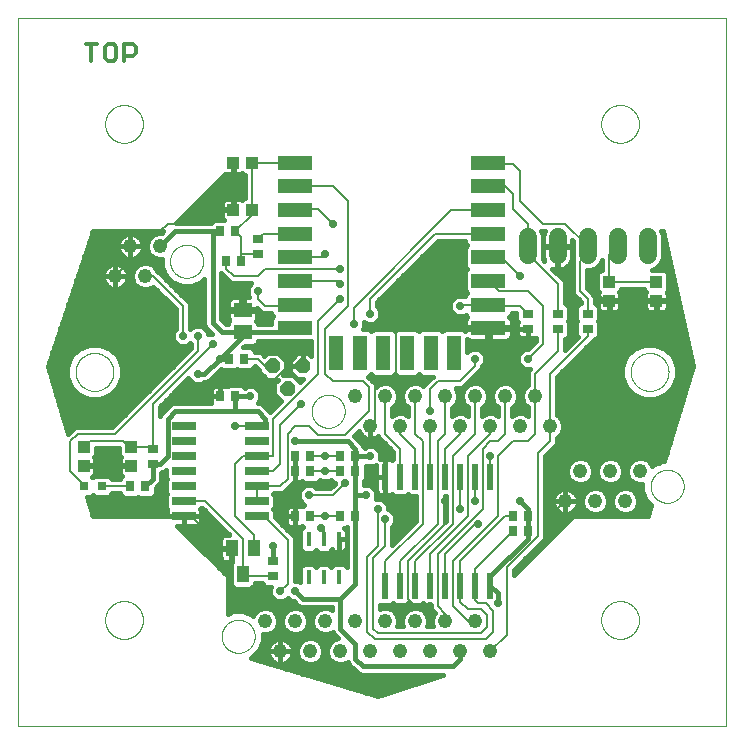
<source format=gtl>
G75*
%MOIN*%
%OFA0B0*%
%FSLAX25Y25*%
%IPPOS*%
%LPD*%
%AMOC8*
5,1,8,0,0,1.08239X$1,22.5*
%
%ADD10C,0.00000*%
%ADD11C,0.01400*%
%ADD12R,0.05906X0.05118*%
%ADD13C,0.06000*%
%ADD14R,0.03543X0.02756*%
%ADD15R,0.02756X0.03543*%
%ADD16R,0.03937X0.03937*%
%ADD17R,0.11811X0.04724*%
%ADD18R,0.04724X0.11811*%
%ADD19C,0.04800*%
%ADD20R,0.02362X0.08661*%
%ADD21R,0.03150X0.03150*%
%ADD22OC8,0.05000*%
%ADD23R,0.08000X0.02600*%
%ADD24R,0.03937X0.05512*%
%ADD25R,0.01600X0.04800*%
%ADD26C,0.00600*%
%ADD27OC8,0.02775*%
%ADD28C,0.01600*%
D10*
X0001000Y0001000D02*
X0001000Y0237220D01*
X0237220Y0237220D01*
X0237220Y0001000D01*
X0001000Y0001000D01*
X0030134Y0036433D02*
X0030136Y0036591D01*
X0030142Y0036749D01*
X0030152Y0036907D01*
X0030166Y0037065D01*
X0030184Y0037222D01*
X0030205Y0037379D01*
X0030231Y0037535D01*
X0030261Y0037691D01*
X0030294Y0037846D01*
X0030332Y0037999D01*
X0030373Y0038152D01*
X0030418Y0038304D01*
X0030467Y0038455D01*
X0030520Y0038604D01*
X0030576Y0038752D01*
X0030636Y0038898D01*
X0030700Y0039043D01*
X0030768Y0039186D01*
X0030839Y0039328D01*
X0030913Y0039468D01*
X0030991Y0039605D01*
X0031073Y0039741D01*
X0031157Y0039875D01*
X0031246Y0040006D01*
X0031337Y0040135D01*
X0031432Y0040262D01*
X0031529Y0040387D01*
X0031630Y0040509D01*
X0031734Y0040628D01*
X0031841Y0040745D01*
X0031951Y0040859D01*
X0032064Y0040970D01*
X0032179Y0041079D01*
X0032297Y0041184D01*
X0032418Y0041286D01*
X0032541Y0041386D01*
X0032667Y0041482D01*
X0032795Y0041575D01*
X0032925Y0041665D01*
X0033058Y0041751D01*
X0033193Y0041835D01*
X0033329Y0041914D01*
X0033468Y0041991D01*
X0033609Y0042063D01*
X0033751Y0042133D01*
X0033895Y0042198D01*
X0034041Y0042260D01*
X0034188Y0042318D01*
X0034337Y0042373D01*
X0034487Y0042424D01*
X0034638Y0042471D01*
X0034790Y0042514D01*
X0034943Y0042553D01*
X0035098Y0042589D01*
X0035253Y0042620D01*
X0035409Y0042648D01*
X0035565Y0042672D01*
X0035722Y0042692D01*
X0035880Y0042708D01*
X0036037Y0042720D01*
X0036196Y0042728D01*
X0036354Y0042732D01*
X0036512Y0042732D01*
X0036670Y0042728D01*
X0036829Y0042720D01*
X0036986Y0042708D01*
X0037144Y0042692D01*
X0037301Y0042672D01*
X0037457Y0042648D01*
X0037613Y0042620D01*
X0037768Y0042589D01*
X0037923Y0042553D01*
X0038076Y0042514D01*
X0038228Y0042471D01*
X0038379Y0042424D01*
X0038529Y0042373D01*
X0038678Y0042318D01*
X0038825Y0042260D01*
X0038971Y0042198D01*
X0039115Y0042133D01*
X0039257Y0042063D01*
X0039398Y0041991D01*
X0039537Y0041914D01*
X0039673Y0041835D01*
X0039808Y0041751D01*
X0039941Y0041665D01*
X0040071Y0041575D01*
X0040199Y0041482D01*
X0040325Y0041386D01*
X0040448Y0041286D01*
X0040569Y0041184D01*
X0040687Y0041079D01*
X0040802Y0040970D01*
X0040915Y0040859D01*
X0041025Y0040745D01*
X0041132Y0040628D01*
X0041236Y0040509D01*
X0041337Y0040387D01*
X0041434Y0040262D01*
X0041529Y0040135D01*
X0041620Y0040006D01*
X0041709Y0039875D01*
X0041793Y0039741D01*
X0041875Y0039605D01*
X0041953Y0039468D01*
X0042027Y0039328D01*
X0042098Y0039186D01*
X0042166Y0039043D01*
X0042230Y0038898D01*
X0042290Y0038752D01*
X0042346Y0038604D01*
X0042399Y0038455D01*
X0042448Y0038304D01*
X0042493Y0038152D01*
X0042534Y0037999D01*
X0042572Y0037846D01*
X0042605Y0037691D01*
X0042635Y0037535D01*
X0042661Y0037379D01*
X0042682Y0037222D01*
X0042700Y0037065D01*
X0042714Y0036907D01*
X0042724Y0036749D01*
X0042730Y0036591D01*
X0042732Y0036433D01*
X0042730Y0036275D01*
X0042724Y0036117D01*
X0042714Y0035959D01*
X0042700Y0035801D01*
X0042682Y0035644D01*
X0042661Y0035487D01*
X0042635Y0035331D01*
X0042605Y0035175D01*
X0042572Y0035020D01*
X0042534Y0034867D01*
X0042493Y0034714D01*
X0042448Y0034562D01*
X0042399Y0034411D01*
X0042346Y0034262D01*
X0042290Y0034114D01*
X0042230Y0033968D01*
X0042166Y0033823D01*
X0042098Y0033680D01*
X0042027Y0033538D01*
X0041953Y0033398D01*
X0041875Y0033261D01*
X0041793Y0033125D01*
X0041709Y0032991D01*
X0041620Y0032860D01*
X0041529Y0032731D01*
X0041434Y0032604D01*
X0041337Y0032479D01*
X0041236Y0032357D01*
X0041132Y0032238D01*
X0041025Y0032121D01*
X0040915Y0032007D01*
X0040802Y0031896D01*
X0040687Y0031787D01*
X0040569Y0031682D01*
X0040448Y0031580D01*
X0040325Y0031480D01*
X0040199Y0031384D01*
X0040071Y0031291D01*
X0039941Y0031201D01*
X0039808Y0031115D01*
X0039673Y0031031D01*
X0039537Y0030952D01*
X0039398Y0030875D01*
X0039257Y0030803D01*
X0039115Y0030733D01*
X0038971Y0030668D01*
X0038825Y0030606D01*
X0038678Y0030548D01*
X0038529Y0030493D01*
X0038379Y0030442D01*
X0038228Y0030395D01*
X0038076Y0030352D01*
X0037923Y0030313D01*
X0037768Y0030277D01*
X0037613Y0030246D01*
X0037457Y0030218D01*
X0037301Y0030194D01*
X0037144Y0030174D01*
X0036986Y0030158D01*
X0036829Y0030146D01*
X0036670Y0030138D01*
X0036512Y0030134D01*
X0036354Y0030134D01*
X0036196Y0030138D01*
X0036037Y0030146D01*
X0035880Y0030158D01*
X0035722Y0030174D01*
X0035565Y0030194D01*
X0035409Y0030218D01*
X0035253Y0030246D01*
X0035098Y0030277D01*
X0034943Y0030313D01*
X0034790Y0030352D01*
X0034638Y0030395D01*
X0034487Y0030442D01*
X0034337Y0030493D01*
X0034188Y0030548D01*
X0034041Y0030606D01*
X0033895Y0030668D01*
X0033751Y0030733D01*
X0033609Y0030803D01*
X0033468Y0030875D01*
X0033329Y0030952D01*
X0033193Y0031031D01*
X0033058Y0031115D01*
X0032925Y0031201D01*
X0032795Y0031291D01*
X0032667Y0031384D01*
X0032541Y0031480D01*
X0032418Y0031580D01*
X0032297Y0031682D01*
X0032179Y0031787D01*
X0032064Y0031896D01*
X0031951Y0032007D01*
X0031841Y0032121D01*
X0031734Y0032238D01*
X0031630Y0032357D01*
X0031529Y0032479D01*
X0031432Y0032604D01*
X0031337Y0032731D01*
X0031246Y0032860D01*
X0031157Y0032991D01*
X0031073Y0033125D01*
X0030991Y0033261D01*
X0030913Y0033398D01*
X0030839Y0033538D01*
X0030768Y0033680D01*
X0030700Y0033823D01*
X0030636Y0033968D01*
X0030576Y0034114D01*
X0030520Y0034262D01*
X0030467Y0034411D01*
X0030418Y0034562D01*
X0030373Y0034714D01*
X0030332Y0034867D01*
X0030294Y0035020D01*
X0030261Y0035175D01*
X0030231Y0035331D01*
X0030205Y0035487D01*
X0030184Y0035644D01*
X0030166Y0035801D01*
X0030152Y0035959D01*
X0030142Y0036117D01*
X0030136Y0036275D01*
X0030134Y0036433D01*
X0068988Y0031000D02*
X0068990Y0031148D01*
X0068996Y0031296D01*
X0069006Y0031444D01*
X0069020Y0031591D01*
X0069038Y0031738D01*
X0069059Y0031884D01*
X0069085Y0032030D01*
X0069115Y0032175D01*
X0069148Y0032319D01*
X0069186Y0032462D01*
X0069227Y0032604D01*
X0069272Y0032745D01*
X0069320Y0032885D01*
X0069373Y0033024D01*
X0069429Y0033161D01*
X0069489Y0033296D01*
X0069552Y0033430D01*
X0069619Y0033562D01*
X0069690Y0033692D01*
X0069764Y0033820D01*
X0069841Y0033946D01*
X0069922Y0034070D01*
X0070006Y0034192D01*
X0070093Y0034311D01*
X0070184Y0034428D01*
X0070278Y0034543D01*
X0070374Y0034655D01*
X0070474Y0034765D01*
X0070576Y0034871D01*
X0070682Y0034975D01*
X0070790Y0035076D01*
X0070901Y0035174D01*
X0071014Y0035270D01*
X0071130Y0035362D01*
X0071248Y0035451D01*
X0071369Y0035536D01*
X0071492Y0035619D01*
X0071617Y0035698D01*
X0071744Y0035774D01*
X0071873Y0035846D01*
X0072004Y0035915D01*
X0072137Y0035980D01*
X0072272Y0036041D01*
X0072408Y0036099D01*
X0072545Y0036154D01*
X0072684Y0036204D01*
X0072825Y0036251D01*
X0072966Y0036294D01*
X0073109Y0036334D01*
X0073253Y0036369D01*
X0073397Y0036401D01*
X0073543Y0036428D01*
X0073689Y0036452D01*
X0073836Y0036472D01*
X0073983Y0036488D01*
X0074130Y0036500D01*
X0074278Y0036508D01*
X0074426Y0036512D01*
X0074574Y0036512D01*
X0074722Y0036508D01*
X0074870Y0036500D01*
X0075017Y0036488D01*
X0075164Y0036472D01*
X0075311Y0036452D01*
X0075457Y0036428D01*
X0075603Y0036401D01*
X0075747Y0036369D01*
X0075891Y0036334D01*
X0076034Y0036294D01*
X0076175Y0036251D01*
X0076316Y0036204D01*
X0076455Y0036154D01*
X0076592Y0036099D01*
X0076728Y0036041D01*
X0076863Y0035980D01*
X0076996Y0035915D01*
X0077127Y0035846D01*
X0077256Y0035774D01*
X0077383Y0035698D01*
X0077508Y0035619D01*
X0077631Y0035536D01*
X0077752Y0035451D01*
X0077870Y0035362D01*
X0077986Y0035270D01*
X0078099Y0035174D01*
X0078210Y0035076D01*
X0078318Y0034975D01*
X0078424Y0034871D01*
X0078526Y0034765D01*
X0078626Y0034655D01*
X0078722Y0034543D01*
X0078816Y0034428D01*
X0078907Y0034311D01*
X0078994Y0034192D01*
X0079078Y0034070D01*
X0079159Y0033946D01*
X0079236Y0033820D01*
X0079310Y0033692D01*
X0079381Y0033562D01*
X0079448Y0033430D01*
X0079511Y0033296D01*
X0079571Y0033161D01*
X0079627Y0033024D01*
X0079680Y0032885D01*
X0079728Y0032745D01*
X0079773Y0032604D01*
X0079814Y0032462D01*
X0079852Y0032319D01*
X0079885Y0032175D01*
X0079915Y0032030D01*
X0079941Y0031884D01*
X0079962Y0031738D01*
X0079980Y0031591D01*
X0079994Y0031444D01*
X0080004Y0031296D01*
X0080010Y0031148D01*
X0080012Y0031000D01*
X0080010Y0030852D01*
X0080004Y0030704D01*
X0079994Y0030556D01*
X0079980Y0030409D01*
X0079962Y0030262D01*
X0079941Y0030116D01*
X0079915Y0029970D01*
X0079885Y0029825D01*
X0079852Y0029681D01*
X0079814Y0029538D01*
X0079773Y0029396D01*
X0079728Y0029255D01*
X0079680Y0029115D01*
X0079627Y0028976D01*
X0079571Y0028839D01*
X0079511Y0028704D01*
X0079448Y0028570D01*
X0079381Y0028438D01*
X0079310Y0028308D01*
X0079236Y0028180D01*
X0079159Y0028054D01*
X0079078Y0027930D01*
X0078994Y0027808D01*
X0078907Y0027689D01*
X0078816Y0027572D01*
X0078722Y0027457D01*
X0078626Y0027345D01*
X0078526Y0027235D01*
X0078424Y0027129D01*
X0078318Y0027025D01*
X0078210Y0026924D01*
X0078099Y0026826D01*
X0077986Y0026730D01*
X0077870Y0026638D01*
X0077752Y0026549D01*
X0077631Y0026464D01*
X0077508Y0026381D01*
X0077383Y0026302D01*
X0077256Y0026226D01*
X0077127Y0026154D01*
X0076996Y0026085D01*
X0076863Y0026020D01*
X0076728Y0025959D01*
X0076592Y0025901D01*
X0076455Y0025846D01*
X0076316Y0025796D01*
X0076175Y0025749D01*
X0076034Y0025706D01*
X0075891Y0025666D01*
X0075747Y0025631D01*
X0075603Y0025599D01*
X0075457Y0025572D01*
X0075311Y0025548D01*
X0075164Y0025528D01*
X0075017Y0025512D01*
X0074870Y0025500D01*
X0074722Y0025492D01*
X0074574Y0025488D01*
X0074426Y0025488D01*
X0074278Y0025492D01*
X0074130Y0025500D01*
X0073983Y0025512D01*
X0073836Y0025528D01*
X0073689Y0025548D01*
X0073543Y0025572D01*
X0073397Y0025599D01*
X0073253Y0025631D01*
X0073109Y0025666D01*
X0072966Y0025706D01*
X0072825Y0025749D01*
X0072684Y0025796D01*
X0072545Y0025846D01*
X0072408Y0025901D01*
X0072272Y0025959D01*
X0072137Y0026020D01*
X0072004Y0026085D01*
X0071873Y0026154D01*
X0071744Y0026226D01*
X0071617Y0026302D01*
X0071492Y0026381D01*
X0071369Y0026464D01*
X0071248Y0026549D01*
X0071130Y0026638D01*
X0071014Y0026730D01*
X0070901Y0026826D01*
X0070790Y0026924D01*
X0070682Y0027025D01*
X0070576Y0027129D01*
X0070474Y0027235D01*
X0070374Y0027345D01*
X0070278Y0027457D01*
X0070184Y0027572D01*
X0070093Y0027689D01*
X0070006Y0027808D01*
X0069922Y0027930D01*
X0069841Y0028054D01*
X0069764Y0028180D01*
X0069690Y0028308D01*
X0069619Y0028438D01*
X0069552Y0028570D01*
X0069489Y0028704D01*
X0069429Y0028839D01*
X0069373Y0028976D01*
X0069320Y0029115D01*
X0069272Y0029255D01*
X0069227Y0029396D01*
X0069186Y0029538D01*
X0069148Y0029681D01*
X0069115Y0029825D01*
X0069085Y0029970D01*
X0069059Y0030116D01*
X0069038Y0030262D01*
X0069020Y0030409D01*
X0069006Y0030556D01*
X0068996Y0030704D01*
X0068990Y0030852D01*
X0068988Y0031000D01*
X0098988Y0106000D02*
X0098990Y0106148D01*
X0098996Y0106296D01*
X0099006Y0106444D01*
X0099020Y0106591D01*
X0099038Y0106738D01*
X0099059Y0106884D01*
X0099085Y0107030D01*
X0099115Y0107175D01*
X0099148Y0107319D01*
X0099186Y0107462D01*
X0099227Y0107604D01*
X0099272Y0107745D01*
X0099320Y0107885D01*
X0099373Y0108024D01*
X0099429Y0108161D01*
X0099489Y0108296D01*
X0099552Y0108430D01*
X0099619Y0108562D01*
X0099690Y0108692D01*
X0099764Y0108820D01*
X0099841Y0108946D01*
X0099922Y0109070D01*
X0100006Y0109192D01*
X0100093Y0109311D01*
X0100184Y0109428D01*
X0100278Y0109543D01*
X0100374Y0109655D01*
X0100474Y0109765D01*
X0100576Y0109871D01*
X0100682Y0109975D01*
X0100790Y0110076D01*
X0100901Y0110174D01*
X0101014Y0110270D01*
X0101130Y0110362D01*
X0101248Y0110451D01*
X0101369Y0110536D01*
X0101492Y0110619D01*
X0101617Y0110698D01*
X0101744Y0110774D01*
X0101873Y0110846D01*
X0102004Y0110915D01*
X0102137Y0110980D01*
X0102272Y0111041D01*
X0102408Y0111099D01*
X0102545Y0111154D01*
X0102684Y0111204D01*
X0102825Y0111251D01*
X0102966Y0111294D01*
X0103109Y0111334D01*
X0103253Y0111369D01*
X0103397Y0111401D01*
X0103543Y0111428D01*
X0103689Y0111452D01*
X0103836Y0111472D01*
X0103983Y0111488D01*
X0104130Y0111500D01*
X0104278Y0111508D01*
X0104426Y0111512D01*
X0104574Y0111512D01*
X0104722Y0111508D01*
X0104870Y0111500D01*
X0105017Y0111488D01*
X0105164Y0111472D01*
X0105311Y0111452D01*
X0105457Y0111428D01*
X0105603Y0111401D01*
X0105747Y0111369D01*
X0105891Y0111334D01*
X0106034Y0111294D01*
X0106175Y0111251D01*
X0106316Y0111204D01*
X0106455Y0111154D01*
X0106592Y0111099D01*
X0106728Y0111041D01*
X0106863Y0110980D01*
X0106996Y0110915D01*
X0107127Y0110846D01*
X0107256Y0110774D01*
X0107383Y0110698D01*
X0107508Y0110619D01*
X0107631Y0110536D01*
X0107752Y0110451D01*
X0107870Y0110362D01*
X0107986Y0110270D01*
X0108099Y0110174D01*
X0108210Y0110076D01*
X0108318Y0109975D01*
X0108424Y0109871D01*
X0108526Y0109765D01*
X0108626Y0109655D01*
X0108722Y0109543D01*
X0108816Y0109428D01*
X0108907Y0109311D01*
X0108994Y0109192D01*
X0109078Y0109070D01*
X0109159Y0108946D01*
X0109236Y0108820D01*
X0109310Y0108692D01*
X0109381Y0108562D01*
X0109448Y0108430D01*
X0109511Y0108296D01*
X0109571Y0108161D01*
X0109627Y0108024D01*
X0109680Y0107885D01*
X0109728Y0107745D01*
X0109773Y0107604D01*
X0109814Y0107462D01*
X0109852Y0107319D01*
X0109885Y0107175D01*
X0109915Y0107030D01*
X0109941Y0106884D01*
X0109962Y0106738D01*
X0109980Y0106591D01*
X0109994Y0106444D01*
X0110004Y0106296D01*
X0110010Y0106148D01*
X0110012Y0106000D01*
X0110010Y0105852D01*
X0110004Y0105704D01*
X0109994Y0105556D01*
X0109980Y0105409D01*
X0109962Y0105262D01*
X0109941Y0105116D01*
X0109915Y0104970D01*
X0109885Y0104825D01*
X0109852Y0104681D01*
X0109814Y0104538D01*
X0109773Y0104396D01*
X0109728Y0104255D01*
X0109680Y0104115D01*
X0109627Y0103976D01*
X0109571Y0103839D01*
X0109511Y0103704D01*
X0109448Y0103570D01*
X0109381Y0103438D01*
X0109310Y0103308D01*
X0109236Y0103180D01*
X0109159Y0103054D01*
X0109078Y0102930D01*
X0108994Y0102808D01*
X0108907Y0102689D01*
X0108816Y0102572D01*
X0108722Y0102457D01*
X0108626Y0102345D01*
X0108526Y0102235D01*
X0108424Y0102129D01*
X0108318Y0102025D01*
X0108210Y0101924D01*
X0108099Y0101826D01*
X0107986Y0101730D01*
X0107870Y0101638D01*
X0107752Y0101549D01*
X0107631Y0101464D01*
X0107508Y0101381D01*
X0107383Y0101302D01*
X0107256Y0101226D01*
X0107127Y0101154D01*
X0106996Y0101085D01*
X0106863Y0101020D01*
X0106728Y0100959D01*
X0106592Y0100901D01*
X0106455Y0100846D01*
X0106316Y0100796D01*
X0106175Y0100749D01*
X0106034Y0100706D01*
X0105891Y0100666D01*
X0105747Y0100631D01*
X0105603Y0100599D01*
X0105457Y0100572D01*
X0105311Y0100548D01*
X0105164Y0100528D01*
X0105017Y0100512D01*
X0104870Y0100500D01*
X0104722Y0100492D01*
X0104574Y0100488D01*
X0104426Y0100488D01*
X0104278Y0100492D01*
X0104130Y0100500D01*
X0103983Y0100512D01*
X0103836Y0100528D01*
X0103689Y0100548D01*
X0103543Y0100572D01*
X0103397Y0100599D01*
X0103253Y0100631D01*
X0103109Y0100666D01*
X0102966Y0100706D01*
X0102825Y0100749D01*
X0102684Y0100796D01*
X0102545Y0100846D01*
X0102408Y0100901D01*
X0102272Y0100959D01*
X0102137Y0101020D01*
X0102004Y0101085D01*
X0101873Y0101154D01*
X0101744Y0101226D01*
X0101617Y0101302D01*
X0101492Y0101381D01*
X0101369Y0101464D01*
X0101248Y0101549D01*
X0101130Y0101638D01*
X0101014Y0101730D01*
X0100901Y0101826D01*
X0100790Y0101924D01*
X0100682Y0102025D01*
X0100576Y0102129D01*
X0100474Y0102235D01*
X0100374Y0102345D01*
X0100278Y0102457D01*
X0100184Y0102572D01*
X0100093Y0102689D01*
X0100006Y0102808D01*
X0099922Y0102930D01*
X0099841Y0103054D01*
X0099764Y0103180D01*
X0099690Y0103308D01*
X0099619Y0103438D01*
X0099552Y0103570D01*
X0099489Y0103704D01*
X0099429Y0103839D01*
X0099373Y0103976D01*
X0099320Y0104115D01*
X0099272Y0104255D01*
X0099227Y0104396D01*
X0099186Y0104538D01*
X0099148Y0104681D01*
X0099115Y0104825D01*
X0099085Y0104970D01*
X0099059Y0105116D01*
X0099038Y0105262D01*
X0099020Y0105409D01*
X0099006Y0105556D01*
X0098996Y0105704D01*
X0098990Y0105852D01*
X0098988Y0106000D01*
X0051788Y0156000D02*
X0051790Y0156148D01*
X0051796Y0156296D01*
X0051806Y0156444D01*
X0051820Y0156591D01*
X0051838Y0156738D01*
X0051859Y0156884D01*
X0051885Y0157030D01*
X0051915Y0157175D01*
X0051948Y0157319D01*
X0051986Y0157462D01*
X0052027Y0157604D01*
X0052072Y0157745D01*
X0052120Y0157885D01*
X0052173Y0158024D01*
X0052229Y0158161D01*
X0052289Y0158296D01*
X0052352Y0158430D01*
X0052419Y0158562D01*
X0052490Y0158692D01*
X0052564Y0158820D01*
X0052641Y0158946D01*
X0052722Y0159070D01*
X0052806Y0159192D01*
X0052893Y0159311D01*
X0052984Y0159428D01*
X0053078Y0159543D01*
X0053174Y0159655D01*
X0053274Y0159765D01*
X0053376Y0159871D01*
X0053482Y0159975D01*
X0053590Y0160076D01*
X0053701Y0160174D01*
X0053814Y0160270D01*
X0053930Y0160362D01*
X0054048Y0160451D01*
X0054169Y0160536D01*
X0054292Y0160619D01*
X0054417Y0160698D01*
X0054544Y0160774D01*
X0054673Y0160846D01*
X0054804Y0160915D01*
X0054937Y0160980D01*
X0055072Y0161041D01*
X0055208Y0161099D01*
X0055345Y0161154D01*
X0055484Y0161204D01*
X0055625Y0161251D01*
X0055766Y0161294D01*
X0055909Y0161334D01*
X0056053Y0161369D01*
X0056197Y0161401D01*
X0056343Y0161428D01*
X0056489Y0161452D01*
X0056636Y0161472D01*
X0056783Y0161488D01*
X0056930Y0161500D01*
X0057078Y0161508D01*
X0057226Y0161512D01*
X0057374Y0161512D01*
X0057522Y0161508D01*
X0057670Y0161500D01*
X0057817Y0161488D01*
X0057964Y0161472D01*
X0058111Y0161452D01*
X0058257Y0161428D01*
X0058403Y0161401D01*
X0058547Y0161369D01*
X0058691Y0161334D01*
X0058834Y0161294D01*
X0058975Y0161251D01*
X0059116Y0161204D01*
X0059255Y0161154D01*
X0059392Y0161099D01*
X0059528Y0161041D01*
X0059663Y0160980D01*
X0059796Y0160915D01*
X0059927Y0160846D01*
X0060056Y0160774D01*
X0060183Y0160698D01*
X0060308Y0160619D01*
X0060431Y0160536D01*
X0060552Y0160451D01*
X0060670Y0160362D01*
X0060786Y0160270D01*
X0060899Y0160174D01*
X0061010Y0160076D01*
X0061118Y0159975D01*
X0061224Y0159871D01*
X0061326Y0159765D01*
X0061426Y0159655D01*
X0061522Y0159543D01*
X0061616Y0159428D01*
X0061707Y0159311D01*
X0061794Y0159192D01*
X0061878Y0159070D01*
X0061959Y0158946D01*
X0062036Y0158820D01*
X0062110Y0158692D01*
X0062181Y0158562D01*
X0062248Y0158430D01*
X0062311Y0158296D01*
X0062371Y0158161D01*
X0062427Y0158024D01*
X0062480Y0157885D01*
X0062528Y0157745D01*
X0062573Y0157604D01*
X0062614Y0157462D01*
X0062652Y0157319D01*
X0062685Y0157175D01*
X0062715Y0157030D01*
X0062741Y0156884D01*
X0062762Y0156738D01*
X0062780Y0156591D01*
X0062794Y0156444D01*
X0062804Y0156296D01*
X0062810Y0156148D01*
X0062812Y0156000D01*
X0062810Y0155852D01*
X0062804Y0155704D01*
X0062794Y0155556D01*
X0062780Y0155409D01*
X0062762Y0155262D01*
X0062741Y0155116D01*
X0062715Y0154970D01*
X0062685Y0154825D01*
X0062652Y0154681D01*
X0062614Y0154538D01*
X0062573Y0154396D01*
X0062528Y0154255D01*
X0062480Y0154115D01*
X0062427Y0153976D01*
X0062371Y0153839D01*
X0062311Y0153704D01*
X0062248Y0153570D01*
X0062181Y0153438D01*
X0062110Y0153308D01*
X0062036Y0153180D01*
X0061959Y0153054D01*
X0061878Y0152930D01*
X0061794Y0152808D01*
X0061707Y0152689D01*
X0061616Y0152572D01*
X0061522Y0152457D01*
X0061426Y0152345D01*
X0061326Y0152235D01*
X0061224Y0152129D01*
X0061118Y0152025D01*
X0061010Y0151924D01*
X0060899Y0151826D01*
X0060786Y0151730D01*
X0060670Y0151638D01*
X0060552Y0151549D01*
X0060431Y0151464D01*
X0060308Y0151381D01*
X0060183Y0151302D01*
X0060056Y0151226D01*
X0059927Y0151154D01*
X0059796Y0151085D01*
X0059663Y0151020D01*
X0059528Y0150959D01*
X0059392Y0150901D01*
X0059255Y0150846D01*
X0059116Y0150796D01*
X0058975Y0150749D01*
X0058834Y0150706D01*
X0058691Y0150666D01*
X0058547Y0150631D01*
X0058403Y0150599D01*
X0058257Y0150572D01*
X0058111Y0150548D01*
X0057964Y0150528D01*
X0057817Y0150512D01*
X0057670Y0150500D01*
X0057522Y0150492D01*
X0057374Y0150488D01*
X0057226Y0150488D01*
X0057078Y0150492D01*
X0056930Y0150500D01*
X0056783Y0150512D01*
X0056636Y0150528D01*
X0056489Y0150548D01*
X0056343Y0150572D01*
X0056197Y0150599D01*
X0056053Y0150631D01*
X0055909Y0150666D01*
X0055766Y0150706D01*
X0055625Y0150749D01*
X0055484Y0150796D01*
X0055345Y0150846D01*
X0055208Y0150901D01*
X0055072Y0150959D01*
X0054937Y0151020D01*
X0054804Y0151085D01*
X0054673Y0151154D01*
X0054544Y0151226D01*
X0054417Y0151302D01*
X0054292Y0151381D01*
X0054169Y0151464D01*
X0054048Y0151549D01*
X0053930Y0151638D01*
X0053814Y0151730D01*
X0053701Y0151826D01*
X0053590Y0151924D01*
X0053482Y0152025D01*
X0053376Y0152129D01*
X0053274Y0152235D01*
X0053174Y0152345D01*
X0053078Y0152457D01*
X0052984Y0152572D01*
X0052893Y0152689D01*
X0052806Y0152808D01*
X0052722Y0152930D01*
X0052641Y0153054D01*
X0052564Y0153180D01*
X0052490Y0153308D01*
X0052419Y0153438D01*
X0052352Y0153570D01*
X0052289Y0153704D01*
X0052229Y0153839D01*
X0052173Y0153976D01*
X0052120Y0154115D01*
X0052072Y0154255D01*
X0052027Y0154396D01*
X0051986Y0154538D01*
X0051948Y0154681D01*
X0051915Y0154825D01*
X0051885Y0154970D01*
X0051859Y0155116D01*
X0051838Y0155262D01*
X0051820Y0155409D01*
X0051806Y0155556D01*
X0051796Y0155704D01*
X0051790Y0155852D01*
X0051788Y0156000D01*
X0020292Y0119110D02*
X0020294Y0119268D01*
X0020300Y0119426D01*
X0020310Y0119584D01*
X0020324Y0119742D01*
X0020342Y0119899D01*
X0020363Y0120056D01*
X0020389Y0120212D01*
X0020419Y0120368D01*
X0020452Y0120523D01*
X0020490Y0120676D01*
X0020531Y0120829D01*
X0020576Y0120981D01*
X0020625Y0121132D01*
X0020678Y0121281D01*
X0020734Y0121429D01*
X0020794Y0121575D01*
X0020858Y0121720D01*
X0020926Y0121863D01*
X0020997Y0122005D01*
X0021071Y0122145D01*
X0021149Y0122282D01*
X0021231Y0122418D01*
X0021315Y0122552D01*
X0021404Y0122683D01*
X0021495Y0122812D01*
X0021590Y0122939D01*
X0021687Y0123064D01*
X0021788Y0123186D01*
X0021892Y0123305D01*
X0021999Y0123422D01*
X0022109Y0123536D01*
X0022222Y0123647D01*
X0022337Y0123756D01*
X0022455Y0123861D01*
X0022576Y0123963D01*
X0022699Y0124063D01*
X0022825Y0124159D01*
X0022953Y0124252D01*
X0023083Y0124342D01*
X0023216Y0124428D01*
X0023351Y0124512D01*
X0023487Y0124591D01*
X0023626Y0124668D01*
X0023767Y0124740D01*
X0023909Y0124810D01*
X0024053Y0124875D01*
X0024199Y0124937D01*
X0024346Y0124995D01*
X0024495Y0125050D01*
X0024645Y0125101D01*
X0024796Y0125148D01*
X0024948Y0125191D01*
X0025101Y0125230D01*
X0025256Y0125266D01*
X0025411Y0125297D01*
X0025567Y0125325D01*
X0025723Y0125349D01*
X0025880Y0125369D01*
X0026038Y0125385D01*
X0026195Y0125397D01*
X0026354Y0125405D01*
X0026512Y0125409D01*
X0026670Y0125409D01*
X0026828Y0125405D01*
X0026987Y0125397D01*
X0027144Y0125385D01*
X0027302Y0125369D01*
X0027459Y0125349D01*
X0027615Y0125325D01*
X0027771Y0125297D01*
X0027926Y0125266D01*
X0028081Y0125230D01*
X0028234Y0125191D01*
X0028386Y0125148D01*
X0028537Y0125101D01*
X0028687Y0125050D01*
X0028836Y0124995D01*
X0028983Y0124937D01*
X0029129Y0124875D01*
X0029273Y0124810D01*
X0029415Y0124740D01*
X0029556Y0124668D01*
X0029695Y0124591D01*
X0029831Y0124512D01*
X0029966Y0124428D01*
X0030099Y0124342D01*
X0030229Y0124252D01*
X0030357Y0124159D01*
X0030483Y0124063D01*
X0030606Y0123963D01*
X0030727Y0123861D01*
X0030845Y0123756D01*
X0030960Y0123647D01*
X0031073Y0123536D01*
X0031183Y0123422D01*
X0031290Y0123305D01*
X0031394Y0123186D01*
X0031495Y0123064D01*
X0031592Y0122939D01*
X0031687Y0122812D01*
X0031778Y0122683D01*
X0031867Y0122552D01*
X0031951Y0122418D01*
X0032033Y0122282D01*
X0032111Y0122145D01*
X0032185Y0122005D01*
X0032256Y0121863D01*
X0032324Y0121720D01*
X0032388Y0121575D01*
X0032448Y0121429D01*
X0032504Y0121281D01*
X0032557Y0121132D01*
X0032606Y0120981D01*
X0032651Y0120829D01*
X0032692Y0120676D01*
X0032730Y0120523D01*
X0032763Y0120368D01*
X0032793Y0120212D01*
X0032819Y0120056D01*
X0032840Y0119899D01*
X0032858Y0119742D01*
X0032872Y0119584D01*
X0032882Y0119426D01*
X0032888Y0119268D01*
X0032890Y0119110D01*
X0032888Y0118952D01*
X0032882Y0118794D01*
X0032872Y0118636D01*
X0032858Y0118478D01*
X0032840Y0118321D01*
X0032819Y0118164D01*
X0032793Y0118008D01*
X0032763Y0117852D01*
X0032730Y0117697D01*
X0032692Y0117544D01*
X0032651Y0117391D01*
X0032606Y0117239D01*
X0032557Y0117088D01*
X0032504Y0116939D01*
X0032448Y0116791D01*
X0032388Y0116645D01*
X0032324Y0116500D01*
X0032256Y0116357D01*
X0032185Y0116215D01*
X0032111Y0116075D01*
X0032033Y0115938D01*
X0031951Y0115802D01*
X0031867Y0115668D01*
X0031778Y0115537D01*
X0031687Y0115408D01*
X0031592Y0115281D01*
X0031495Y0115156D01*
X0031394Y0115034D01*
X0031290Y0114915D01*
X0031183Y0114798D01*
X0031073Y0114684D01*
X0030960Y0114573D01*
X0030845Y0114464D01*
X0030727Y0114359D01*
X0030606Y0114257D01*
X0030483Y0114157D01*
X0030357Y0114061D01*
X0030229Y0113968D01*
X0030099Y0113878D01*
X0029966Y0113792D01*
X0029831Y0113708D01*
X0029695Y0113629D01*
X0029556Y0113552D01*
X0029415Y0113480D01*
X0029273Y0113410D01*
X0029129Y0113345D01*
X0028983Y0113283D01*
X0028836Y0113225D01*
X0028687Y0113170D01*
X0028537Y0113119D01*
X0028386Y0113072D01*
X0028234Y0113029D01*
X0028081Y0112990D01*
X0027926Y0112954D01*
X0027771Y0112923D01*
X0027615Y0112895D01*
X0027459Y0112871D01*
X0027302Y0112851D01*
X0027144Y0112835D01*
X0026987Y0112823D01*
X0026828Y0112815D01*
X0026670Y0112811D01*
X0026512Y0112811D01*
X0026354Y0112815D01*
X0026195Y0112823D01*
X0026038Y0112835D01*
X0025880Y0112851D01*
X0025723Y0112871D01*
X0025567Y0112895D01*
X0025411Y0112923D01*
X0025256Y0112954D01*
X0025101Y0112990D01*
X0024948Y0113029D01*
X0024796Y0113072D01*
X0024645Y0113119D01*
X0024495Y0113170D01*
X0024346Y0113225D01*
X0024199Y0113283D01*
X0024053Y0113345D01*
X0023909Y0113410D01*
X0023767Y0113480D01*
X0023626Y0113552D01*
X0023487Y0113629D01*
X0023351Y0113708D01*
X0023216Y0113792D01*
X0023083Y0113878D01*
X0022953Y0113968D01*
X0022825Y0114061D01*
X0022699Y0114157D01*
X0022576Y0114257D01*
X0022455Y0114359D01*
X0022337Y0114464D01*
X0022222Y0114573D01*
X0022109Y0114684D01*
X0021999Y0114798D01*
X0021892Y0114915D01*
X0021788Y0115034D01*
X0021687Y0115156D01*
X0021590Y0115281D01*
X0021495Y0115408D01*
X0021404Y0115537D01*
X0021315Y0115668D01*
X0021231Y0115802D01*
X0021149Y0115938D01*
X0021071Y0116075D01*
X0020997Y0116215D01*
X0020926Y0116357D01*
X0020858Y0116500D01*
X0020794Y0116645D01*
X0020734Y0116791D01*
X0020678Y0116939D01*
X0020625Y0117088D01*
X0020576Y0117239D01*
X0020531Y0117391D01*
X0020490Y0117544D01*
X0020452Y0117697D01*
X0020419Y0117852D01*
X0020389Y0118008D01*
X0020363Y0118164D01*
X0020342Y0118321D01*
X0020324Y0118478D01*
X0020310Y0118636D01*
X0020300Y0118794D01*
X0020294Y0118952D01*
X0020292Y0119110D01*
X0030134Y0201787D02*
X0030136Y0201945D01*
X0030142Y0202103D01*
X0030152Y0202261D01*
X0030166Y0202419D01*
X0030184Y0202576D01*
X0030205Y0202733D01*
X0030231Y0202889D01*
X0030261Y0203045D01*
X0030294Y0203200D01*
X0030332Y0203353D01*
X0030373Y0203506D01*
X0030418Y0203658D01*
X0030467Y0203809D01*
X0030520Y0203958D01*
X0030576Y0204106D01*
X0030636Y0204252D01*
X0030700Y0204397D01*
X0030768Y0204540D01*
X0030839Y0204682D01*
X0030913Y0204822D01*
X0030991Y0204959D01*
X0031073Y0205095D01*
X0031157Y0205229D01*
X0031246Y0205360D01*
X0031337Y0205489D01*
X0031432Y0205616D01*
X0031529Y0205741D01*
X0031630Y0205863D01*
X0031734Y0205982D01*
X0031841Y0206099D01*
X0031951Y0206213D01*
X0032064Y0206324D01*
X0032179Y0206433D01*
X0032297Y0206538D01*
X0032418Y0206640D01*
X0032541Y0206740D01*
X0032667Y0206836D01*
X0032795Y0206929D01*
X0032925Y0207019D01*
X0033058Y0207105D01*
X0033193Y0207189D01*
X0033329Y0207268D01*
X0033468Y0207345D01*
X0033609Y0207417D01*
X0033751Y0207487D01*
X0033895Y0207552D01*
X0034041Y0207614D01*
X0034188Y0207672D01*
X0034337Y0207727D01*
X0034487Y0207778D01*
X0034638Y0207825D01*
X0034790Y0207868D01*
X0034943Y0207907D01*
X0035098Y0207943D01*
X0035253Y0207974D01*
X0035409Y0208002D01*
X0035565Y0208026D01*
X0035722Y0208046D01*
X0035880Y0208062D01*
X0036037Y0208074D01*
X0036196Y0208082D01*
X0036354Y0208086D01*
X0036512Y0208086D01*
X0036670Y0208082D01*
X0036829Y0208074D01*
X0036986Y0208062D01*
X0037144Y0208046D01*
X0037301Y0208026D01*
X0037457Y0208002D01*
X0037613Y0207974D01*
X0037768Y0207943D01*
X0037923Y0207907D01*
X0038076Y0207868D01*
X0038228Y0207825D01*
X0038379Y0207778D01*
X0038529Y0207727D01*
X0038678Y0207672D01*
X0038825Y0207614D01*
X0038971Y0207552D01*
X0039115Y0207487D01*
X0039257Y0207417D01*
X0039398Y0207345D01*
X0039537Y0207268D01*
X0039673Y0207189D01*
X0039808Y0207105D01*
X0039941Y0207019D01*
X0040071Y0206929D01*
X0040199Y0206836D01*
X0040325Y0206740D01*
X0040448Y0206640D01*
X0040569Y0206538D01*
X0040687Y0206433D01*
X0040802Y0206324D01*
X0040915Y0206213D01*
X0041025Y0206099D01*
X0041132Y0205982D01*
X0041236Y0205863D01*
X0041337Y0205741D01*
X0041434Y0205616D01*
X0041529Y0205489D01*
X0041620Y0205360D01*
X0041709Y0205229D01*
X0041793Y0205095D01*
X0041875Y0204959D01*
X0041953Y0204822D01*
X0042027Y0204682D01*
X0042098Y0204540D01*
X0042166Y0204397D01*
X0042230Y0204252D01*
X0042290Y0204106D01*
X0042346Y0203958D01*
X0042399Y0203809D01*
X0042448Y0203658D01*
X0042493Y0203506D01*
X0042534Y0203353D01*
X0042572Y0203200D01*
X0042605Y0203045D01*
X0042635Y0202889D01*
X0042661Y0202733D01*
X0042682Y0202576D01*
X0042700Y0202419D01*
X0042714Y0202261D01*
X0042724Y0202103D01*
X0042730Y0201945D01*
X0042732Y0201787D01*
X0042730Y0201629D01*
X0042724Y0201471D01*
X0042714Y0201313D01*
X0042700Y0201155D01*
X0042682Y0200998D01*
X0042661Y0200841D01*
X0042635Y0200685D01*
X0042605Y0200529D01*
X0042572Y0200374D01*
X0042534Y0200221D01*
X0042493Y0200068D01*
X0042448Y0199916D01*
X0042399Y0199765D01*
X0042346Y0199616D01*
X0042290Y0199468D01*
X0042230Y0199322D01*
X0042166Y0199177D01*
X0042098Y0199034D01*
X0042027Y0198892D01*
X0041953Y0198752D01*
X0041875Y0198615D01*
X0041793Y0198479D01*
X0041709Y0198345D01*
X0041620Y0198214D01*
X0041529Y0198085D01*
X0041434Y0197958D01*
X0041337Y0197833D01*
X0041236Y0197711D01*
X0041132Y0197592D01*
X0041025Y0197475D01*
X0040915Y0197361D01*
X0040802Y0197250D01*
X0040687Y0197141D01*
X0040569Y0197036D01*
X0040448Y0196934D01*
X0040325Y0196834D01*
X0040199Y0196738D01*
X0040071Y0196645D01*
X0039941Y0196555D01*
X0039808Y0196469D01*
X0039673Y0196385D01*
X0039537Y0196306D01*
X0039398Y0196229D01*
X0039257Y0196157D01*
X0039115Y0196087D01*
X0038971Y0196022D01*
X0038825Y0195960D01*
X0038678Y0195902D01*
X0038529Y0195847D01*
X0038379Y0195796D01*
X0038228Y0195749D01*
X0038076Y0195706D01*
X0037923Y0195667D01*
X0037768Y0195631D01*
X0037613Y0195600D01*
X0037457Y0195572D01*
X0037301Y0195548D01*
X0037144Y0195528D01*
X0036986Y0195512D01*
X0036829Y0195500D01*
X0036670Y0195492D01*
X0036512Y0195488D01*
X0036354Y0195488D01*
X0036196Y0195492D01*
X0036037Y0195500D01*
X0035880Y0195512D01*
X0035722Y0195528D01*
X0035565Y0195548D01*
X0035409Y0195572D01*
X0035253Y0195600D01*
X0035098Y0195631D01*
X0034943Y0195667D01*
X0034790Y0195706D01*
X0034638Y0195749D01*
X0034487Y0195796D01*
X0034337Y0195847D01*
X0034188Y0195902D01*
X0034041Y0195960D01*
X0033895Y0196022D01*
X0033751Y0196087D01*
X0033609Y0196157D01*
X0033468Y0196229D01*
X0033329Y0196306D01*
X0033193Y0196385D01*
X0033058Y0196469D01*
X0032925Y0196555D01*
X0032795Y0196645D01*
X0032667Y0196738D01*
X0032541Y0196834D01*
X0032418Y0196934D01*
X0032297Y0197036D01*
X0032179Y0197141D01*
X0032064Y0197250D01*
X0031951Y0197361D01*
X0031841Y0197475D01*
X0031734Y0197592D01*
X0031630Y0197711D01*
X0031529Y0197833D01*
X0031432Y0197958D01*
X0031337Y0198085D01*
X0031246Y0198214D01*
X0031157Y0198345D01*
X0031073Y0198479D01*
X0030991Y0198615D01*
X0030913Y0198752D01*
X0030839Y0198892D01*
X0030768Y0199034D01*
X0030700Y0199177D01*
X0030636Y0199322D01*
X0030576Y0199468D01*
X0030520Y0199616D01*
X0030467Y0199765D01*
X0030418Y0199916D01*
X0030373Y0200068D01*
X0030332Y0200221D01*
X0030294Y0200374D01*
X0030261Y0200529D01*
X0030231Y0200685D01*
X0030205Y0200841D01*
X0030184Y0200998D01*
X0030166Y0201155D01*
X0030152Y0201313D01*
X0030142Y0201471D01*
X0030136Y0201629D01*
X0030134Y0201787D01*
X0195488Y0201787D02*
X0195490Y0201945D01*
X0195496Y0202103D01*
X0195506Y0202261D01*
X0195520Y0202419D01*
X0195538Y0202576D01*
X0195559Y0202733D01*
X0195585Y0202889D01*
X0195615Y0203045D01*
X0195648Y0203200D01*
X0195686Y0203353D01*
X0195727Y0203506D01*
X0195772Y0203658D01*
X0195821Y0203809D01*
X0195874Y0203958D01*
X0195930Y0204106D01*
X0195990Y0204252D01*
X0196054Y0204397D01*
X0196122Y0204540D01*
X0196193Y0204682D01*
X0196267Y0204822D01*
X0196345Y0204959D01*
X0196427Y0205095D01*
X0196511Y0205229D01*
X0196600Y0205360D01*
X0196691Y0205489D01*
X0196786Y0205616D01*
X0196883Y0205741D01*
X0196984Y0205863D01*
X0197088Y0205982D01*
X0197195Y0206099D01*
X0197305Y0206213D01*
X0197418Y0206324D01*
X0197533Y0206433D01*
X0197651Y0206538D01*
X0197772Y0206640D01*
X0197895Y0206740D01*
X0198021Y0206836D01*
X0198149Y0206929D01*
X0198279Y0207019D01*
X0198412Y0207105D01*
X0198547Y0207189D01*
X0198683Y0207268D01*
X0198822Y0207345D01*
X0198963Y0207417D01*
X0199105Y0207487D01*
X0199249Y0207552D01*
X0199395Y0207614D01*
X0199542Y0207672D01*
X0199691Y0207727D01*
X0199841Y0207778D01*
X0199992Y0207825D01*
X0200144Y0207868D01*
X0200297Y0207907D01*
X0200452Y0207943D01*
X0200607Y0207974D01*
X0200763Y0208002D01*
X0200919Y0208026D01*
X0201076Y0208046D01*
X0201234Y0208062D01*
X0201391Y0208074D01*
X0201550Y0208082D01*
X0201708Y0208086D01*
X0201866Y0208086D01*
X0202024Y0208082D01*
X0202183Y0208074D01*
X0202340Y0208062D01*
X0202498Y0208046D01*
X0202655Y0208026D01*
X0202811Y0208002D01*
X0202967Y0207974D01*
X0203122Y0207943D01*
X0203277Y0207907D01*
X0203430Y0207868D01*
X0203582Y0207825D01*
X0203733Y0207778D01*
X0203883Y0207727D01*
X0204032Y0207672D01*
X0204179Y0207614D01*
X0204325Y0207552D01*
X0204469Y0207487D01*
X0204611Y0207417D01*
X0204752Y0207345D01*
X0204891Y0207268D01*
X0205027Y0207189D01*
X0205162Y0207105D01*
X0205295Y0207019D01*
X0205425Y0206929D01*
X0205553Y0206836D01*
X0205679Y0206740D01*
X0205802Y0206640D01*
X0205923Y0206538D01*
X0206041Y0206433D01*
X0206156Y0206324D01*
X0206269Y0206213D01*
X0206379Y0206099D01*
X0206486Y0205982D01*
X0206590Y0205863D01*
X0206691Y0205741D01*
X0206788Y0205616D01*
X0206883Y0205489D01*
X0206974Y0205360D01*
X0207063Y0205229D01*
X0207147Y0205095D01*
X0207229Y0204959D01*
X0207307Y0204822D01*
X0207381Y0204682D01*
X0207452Y0204540D01*
X0207520Y0204397D01*
X0207584Y0204252D01*
X0207644Y0204106D01*
X0207700Y0203958D01*
X0207753Y0203809D01*
X0207802Y0203658D01*
X0207847Y0203506D01*
X0207888Y0203353D01*
X0207926Y0203200D01*
X0207959Y0203045D01*
X0207989Y0202889D01*
X0208015Y0202733D01*
X0208036Y0202576D01*
X0208054Y0202419D01*
X0208068Y0202261D01*
X0208078Y0202103D01*
X0208084Y0201945D01*
X0208086Y0201787D01*
X0208084Y0201629D01*
X0208078Y0201471D01*
X0208068Y0201313D01*
X0208054Y0201155D01*
X0208036Y0200998D01*
X0208015Y0200841D01*
X0207989Y0200685D01*
X0207959Y0200529D01*
X0207926Y0200374D01*
X0207888Y0200221D01*
X0207847Y0200068D01*
X0207802Y0199916D01*
X0207753Y0199765D01*
X0207700Y0199616D01*
X0207644Y0199468D01*
X0207584Y0199322D01*
X0207520Y0199177D01*
X0207452Y0199034D01*
X0207381Y0198892D01*
X0207307Y0198752D01*
X0207229Y0198615D01*
X0207147Y0198479D01*
X0207063Y0198345D01*
X0206974Y0198214D01*
X0206883Y0198085D01*
X0206788Y0197958D01*
X0206691Y0197833D01*
X0206590Y0197711D01*
X0206486Y0197592D01*
X0206379Y0197475D01*
X0206269Y0197361D01*
X0206156Y0197250D01*
X0206041Y0197141D01*
X0205923Y0197036D01*
X0205802Y0196934D01*
X0205679Y0196834D01*
X0205553Y0196738D01*
X0205425Y0196645D01*
X0205295Y0196555D01*
X0205162Y0196469D01*
X0205027Y0196385D01*
X0204891Y0196306D01*
X0204752Y0196229D01*
X0204611Y0196157D01*
X0204469Y0196087D01*
X0204325Y0196022D01*
X0204179Y0195960D01*
X0204032Y0195902D01*
X0203883Y0195847D01*
X0203733Y0195796D01*
X0203582Y0195749D01*
X0203430Y0195706D01*
X0203277Y0195667D01*
X0203122Y0195631D01*
X0202967Y0195600D01*
X0202811Y0195572D01*
X0202655Y0195548D01*
X0202498Y0195528D01*
X0202340Y0195512D01*
X0202183Y0195500D01*
X0202024Y0195492D01*
X0201866Y0195488D01*
X0201708Y0195488D01*
X0201550Y0195492D01*
X0201391Y0195500D01*
X0201234Y0195512D01*
X0201076Y0195528D01*
X0200919Y0195548D01*
X0200763Y0195572D01*
X0200607Y0195600D01*
X0200452Y0195631D01*
X0200297Y0195667D01*
X0200144Y0195706D01*
X0199992Y0195749D01*
X0199841Y0195796D01*
X0199691Y0195847D01*
X0199542Y0195902D01*
X0199395Y0195960D01*
X0199249Y0196022D01*
X0199105Y0196087D01*
X0198963Y0196157D01*
X0198822Y0196229D01*
X0198683Y0196306D01*
X0198547Y0196385D01*
X0198412Y0196469D01*
X0198279Y0196555D01*
X0198149Y0196645D01*
X0198021Y0196738D01*
X0197895Y0196834D01*
X0197772Y0196934D01*
X0197651Y0197036D01*
X0197533Y0197141D01*
X0197418Y0197250D01*
X0197305Y0197361D01*
X0197195Y0197475D01*
X0197088Y0197592D01*
X0196984Y0197711D01*
X0196883Y0197833D01*
X0196786Y0197958D01*
X0196691Y0198085D01*
X0196600Y0198214D01*
X0196511Y0198345D01*
X0196427Y0198479D01*
X0196345Y0198615D01*
X0196267Y0198752D01*
X0196193Y0198892D01*
X0196122Y0199034D01*
X0196054Y0199177D01*
X0195990Y0199322D01*
X0195930Y0199468D01*
X0195874Y0199616D01*
X0195821Y0199765D01*
X0195772Y0199916D01*
X0195727Y0200068D01*
X0195686Y0200221D01*
X0195648Y0200374D01*
X0195615Y0200529D01*
X0195585Y0200685D01*
X0195559Y0200841D01*
X0195538Y0200998D01*
X0195520Y0201155D01*
X0195506Y0201313D01*
X0195496Y0201471D01*
X0195490Y0201629D01*
X0195488Y0201787D01*
X0205331Y0119110D02*
X0205333Y0119268D01*
X0205339Y0119426D01*
X0205349Y0119584D01*
X0205363Y0119742D01*
X0205381Y0119899D01*
X0205402Y0120056D01*
X0205428Y0120212D01*
X0205458Y0120368D01*
X0205491Y0120523D01*
X0205529Y0120676D01*
X0205570Y0120829D01*
X0205615Y0120981D01*
X0205664Y0121132D01*
X0205717Y0121281D01*
X0205773Y0121429D01*
X0205833Y0121575D01*
X0205897Y0121720D01*
X0205965Y0121863D01*
X0206036Y0122005D01*
X0206110Y0122145D01*
X0206188Y0122282D01*
X0206270Y0122418D01*
X0206354Y0122552D01*
X0206443Y0122683D01*
X0206534Y0122812D01*
X0206629Y0122939D01*
X0206726Y0123064D01*
X0206827Y0123186D01*
X0206931Y0123305D01*
X0207038Y0123422D01*
X0207148Y0123536D01*
X0207261Y0123647D01*
X0207376Y0123756D01*
X0207494Y0123861D01*
X0207615Y0123963D01*
X0207738Y0124063D01*
X0207864Y0124159D01*
X0207992Y0124252D01*
X0208122Y0124342D01*
X0208255Y0124428D01*
X0208390Y0124512D01*
X0208526Y0124591D01*
X0208665Y0124668D01*
X0208806Y0124740D01*
X0208948Y0124810D01*
X0209092Y0124875D01*
X0209238Y0124937D01*
X0209385Y0124995D01*
X0209534Y0125050D01*
X0209684Y0125101D01*
X0209835Y0125148D01*
X0209987Y0125191D01*
X0210140Y0125230D01*
X0210295Y0125266D01*
X0210450Y0125297D01*
X0210606Y0125325D01*
X0210762Y0125349D01*
X0210919Y0125369D01*
X0211077Y0125385D01*
X0211234Y0125397D01*
X0211393Y0125405D01*
X0211551Y0125409D01*
X0211709Y0125409D01*
X0211867Y0125405D01*
X0212026Y0125397D01*
X0212183Y0125385D01*
X0212341Y0125369D01*
X0212498Y0125349D01*
X0212654Y0125325D01*
X0212810Y0125297D01*
X0212965Y0125266D01*
X0213120Y0125230D01*
X0213273Y0125191D01*
X0213425Y0125148D01*
X0213576Y0125101D01*
X0213726Y0125050D01*
X0213875Y0124995D01*
X0214022Y0124937D01*
X0214168Y0124875D01*
X0214312Y0124810D01*
X0214454Y0124740D01*
X0214595Y0124668D01*
X0214734Y0124591D01*
X0214870Y0124512D01*
X0215005Y0124428D01*
X0215138Y0124342D01*
X0215268Y0124252D01*
X0215396Y0124159D01*
X0215522Y0124063D01*
X0215645Y0123963D01*
X0215766Y0123861D01*
X0215884Y0123756D01*
X0215999Y0123647D01*
X0216112Y0123536D01*
X0216222Y0123422D01*
X0216329Y0123305D01*
X0216433Y0123186D01*
X0216534Y0123064D01*
X0216631Y0122939D01*
X0216726Y0122812D01*
X0216817Y0122683D01*
X0216906Y0122552D01*
X0216990Y0122418D01*
X0217072Y0122282D01*
X0217150Y0122145D01*
X0217224Y0122005D01*
X0217295Y0121863D01*
X0217363Y0121720D01*
X0217427Y0121575D01*
X0217487Y0121429D01*
X0217543Y0121281D01*
X0217596Y0121132D01*
X0217645Y0120981D01*
X0217690Y0120829D01*
X0217731Y0120676D01*
X0217769Y0120523D01*
X0217802Y0120368D01*
X0217832Y0120212D01*
X0217858Y0120056D01*
X0217879Y0119899D01*
X0217897Y0119742D01*
X0217911Y0119584D01*
X0217921Y0119426D01*
X0217927Y0119268D01*
X0217929Y0119110D01*
X0217927Y0118952D01*
X0217921Y0118794D01*
X0217911Y0118636D01*
X0217897Y0118478D01*
X0217879Y0118321D01*
X0217858Y0118164D01*
X0217832Y0118008D01*
X0217802Y0117852D01*
X0217769Y0117697D01*
X0217731Y0117544D01*
X0217690Y0117391D01*
X0217645Y0117239D01*
X0217596Y0117088D01*
X0217543Y0116939D01*
X0217487Y0116791D01*
X0217427Y0116645D01*
X0217363Y0116500D01*
X0217295Y0116357D01*
X0217224Y0116215D01*
X0217150Y0116075D01*
X0217072Y0115938D01*
X0216990Y0115802D01*
X0216906Y0115668D01*
X0216817Y0115537D01*
X0216726Y0115408D01*
X0216631Y0115281D01*
X0216534Y0115156D01*
X0216433Y0115034D01*
X0216329Y0114915D01*
X0216222Y0114798D01*
X0216112Y0114684D01*
X0215999Y0114573D01*
X0215884Y0114464D01*
X0215766Y0114359D01*
X0215645Y0114257D01*
X0215522Y0114157D01*
X0215396Y0114061D01*
X0215268Y0113968D01*
X0215138Y0113878D01*
X0215005Y0113792D01*
X0214870Y0113708D01*
X0214734Y0113629D01*
X0214595Y0113552D01*
X0214454Y0113480D01*
X0214312Y0113410D01*
X0214168Y0113345D01*
X0214022Y0113283D01*
X0213875Y0113225D01*
X0213726Y0113170D01*
X0213576Y0113119D01*
X0213425Y0113072D01*
X0213273Y0113029D01*
X0213120Y0112990D01*
X0212965Y0112954D01*
X0212810Y0112923D01*
X0212654Y0112895D01*
X0212498Y0112871D01*
X0212341Y0112851D01*
X0212183Y0112835D01*
X0212026Y0112823D01*
X0211867Y0112815D01*
X0211709Y0112811D01*
X0211551Y0112811D01*
X0211393Y0112815D01*
X0211234Y0112823D01*
X0211077Y0112835D01*
X0210919Y0112851D01*
X0210762Y0112871D01*
X0210606Y0112895D01*
X0210450Y0112923D01*
X0210295Y0112954D01*
X0210140Y0112990D01*
X0209987Y0113029D01*
X0209835Y0113072D01*
X0209684Y0113119D01*
X0209534Y0113170D01*
X0209385Y0113225D01*
X0209238Y0113283D01*
X0209092Y0113345D01*
X0208948Y0113410D01*
X0208806Y0113480D01*
X0208665Y0113552D01*
X0208526Y0113629D01*
X0208390Y0113708D01*
X0208255Y0113792D01*
X0208122Y0113878D01*
X0207992Y0113968D01*
X0207864Y0114061D01*
X0207738Y0114157D01*
X0207615Y0114257D01*
X0207494Y0114359D01*
X0207376Y0114464D01*
X0207261Y0114573D01*
X0207148Y0114684D01*
X0207038Y0114798D01*
X0206931Y0114915D01*
X0206827Y0115034D01*
X0206726Y0115156D01*
X0206629Y0115281D01*
X0206534Y0115408D01*
X0206443Y0115537D01*
X0206354Y0115668D01*
X0206270Y0115802D01*
X0206188Y0115938D01*
X0206110Y0116075D01*
X0206036Y0116215D01*
X0205965Y0116357D01*
X0205897Y0116500D01*
X0205833Y0116645D01*
X0205773Y0116791D01*
X0205717Y0116939D01*
X0205664Y0117088D01*
X0205615Y0117239D01*
X0205570Y0117391D01*
X0205529Y0117544D01*
X0205491Y0117697D01*
X0205458Y0117852D01*
X0205428Y0118008D01*
X0205402Y0118164D01*
X0205381Y0118321D01*
X0205363Y0118478D01*
X0205349Y0118636D01*
X0205339Y0118794D01*
X0205333Y0118952D01*
X0205331Y0119110D01*
X0211988Y0081000D02*
X0211990Y0081148D01*
X0211996Y0081296D01*
X0212006Y0081444D01*
X0212020Y0081591D01*
X0212038Y0081738D01*
X0212059Y0081884D01*
X0212085Y0082030D01*
X0212115Y0082175D01*
X0212148Y0082319D01*
X0212186Y0082462D01*
X0212227Y0082604D01*
X0212272Y0082745D01*
X0212320Y0082885D01*
X0212373Y0083024D01*
X0212429Y0083161D01*
X0212489Y0083296D01*
X0212552Y0083430D01*
X0212619Y0083562D01*
X0212690Y0083692D01*
X0212764Y0083820D01*
X0212841Y0083946D01*
X0212922Y0084070D01*
X0213006Y0084192D01*
X0213093Y0084311D01*
X0213184Y0084428D01*
X0213278Y0084543D01*
X0213374Y0084655D01*
X0213474Y0084765D01*
X0213576Y0084871D01*
X0213682Y0084975D01*
X0213790Y0085076D01*
X0213901Y0085174D01*
X0214014Y0085270D01*
X0214130Y0085362D01*
X0214248Y0085451D01*
X0214369Y0085536D01*
X0214492Y0085619D01*
X0214617Y0085698D01*
X0214744Y0085774D01*
X0214873Y0085846D01*
X0215004Y0085915D01*
X0215137Y0085980D01*
X0215272Y0086041D01*
X0215408Y0086099D01*
X0215545Y0086154D01*
X0215684Y0086204D01*
X0215825Y0086251D01*
X0215966Y0086294D01*
X0216109Y0086334D01*
X0216253Y0086369D01*
X0216397Y0086401D01*
X0216543Y0086428D01*
X0216689Y0086452D01*
X0216836Y0086472D01*
X0216983Y0086488D01*
X0217130Y0086500D01*
X0217278Y0086508D01*
X0217426Y0086512D01*
X0217574Y0086512D01*
X0217722Y0086508D01*
X0217870Y0086500D01*
X0218017Y0086488D01*
X0218164Y0086472D01*
X0218311Y0086452D01*
X0218457Y0086428D01*
X0218603Y0086401D01*
X0218747Y0086369D01*
X0218891Y0086334D01*
X0219034Y0086294D01*
X0219175Y0086251D01*
X0219316Y0086204D01*
X0219455Y0086154D01*
X0219592Y0086099D01*
X0219728Y0086041D01*
X0219863Y0085980D01*
X0219996Y0085915D01*
X0220127Y0085846D01*
X0220256Y0085774D01*
X0220383Y0085698D01*
X0220508Y0085619D01*
X0220631Y0085536D01*
X0220752Y0085451D01*
X0220870Y0085362D01*
X0220986Y0085270D01*
X0221099Y0085174D01*
X0221210Y0085076D01*
X0221318Y0084975D01*
X0221424Y0084871D01*
X0221526Y0084765D01*
X0221626Y0084655D01*
X0221722Y0084543D01*
X0221816Y0084428D01*
X0221907Y0084311D01*
X0221994Y0084192D01*
X0222078Y0084070D01*
X0222159Y0083946D01*
X0222236Y0083820D01*
X0222310Y0083692D01*
X0222381Y0083562D01*
X0222448Y0083430D01*
X0222511Y0083296D01*
X0222571Y0083161D01*
X0222627Y0083024D01*
X0222680Y0082885D01*
X0222728Y0082745D01*
X0222773Y0082604D01*
X0222814Y0082462D01*
X0222852Y0082319D01*
X0222885Y0082175D01*
X0222915Y0082030D01*
X0222941Y0081884D01*
X0222962Y0081738D01*
X0222980Y0081591D01*
X0222994Y0081444D01*
X0223004Y0081296D01*
X0223010Y0081148D01*
X0223012Y0081000D01*
X0223010Y0080852D01*
X0223004Y0080704D01*
X0222994Y0080556D01*
X0222980Y0080409D01*
X0222962Y0080262D01*
X0222941Y0080116D01*
X0222915Y0079970D01*
X0222885Y0079825D01*
X0222852Y0079681D01*
X0222814Y0079538D01*
X0222773Y0079396D01*
X0222728Y0079255D01*
X0222680Y0079115D01*
X0222627Y0078976D01*
X0222571Y0078839D01*
X0222511Y0078704D01*
X0222448Y0078570D01*
X0222381Y0078438D01*
X0222310Y0078308D01*
X0222236Y0078180D01*
X0222159Y0078054D01*
X0222078Y0077930D01*
X0221994Y0077808D01*
X0221907Y0077689D01*
X0221816Y0077572D01*
X0221722Y0077457D01*
X0221626Y0077345D01*
X0221526Y0077235D01*
X0221424Y0077129D01*
X0221318Y0077025D01*
X0221210Y0076924D01*
X0221099Y0076826D01*
X0220986Y0076730D01*
X0220870Y0076638D01*
X0220752Y0076549D01*
X0220631Y0076464D01*
X0220508Y0076381D01*
X0220383Y0076302D01*
X0220256Y0076226D01*
X0220127Y0076154D01*
X0219996Y0076085D01*
X0219863Y0076020D01*
X0219728Y0075959D01*
X0219592Y0075901D01*
X0219455Y0075846D01*
X0219316Y0075796D01*
X0219175Y0075749D01*
X0219034Y0075706D01*
X0218891Y0075666D01*
X0218747Y0075631D01*
X0218603Y0075599D01*
X0218457Y0075572D01*
X0218311Y0075548D01*
X0218164Y0075528D01*
X0218017Y0075512D01*
X0217870Y0075500D01*
X0217722Y0075492D01*
X0217574Y0075488D01*
X0217426Y0075488D01*
X0217278Y0075492D01*
X0217130Y0075500D01*
X0216983Y0075512D01*
X0216836Y0075528D01*
X0216689Y0075548D01*
X0216543Y0075572D01*
X0216397Y0075599D01*
X0216253Y0075631D01*
X0216109Y0075666D01*
X0215966Y0075706D01*
X0215825Y0075749D01*
X0215684Y0075796D01*
X0215545Y0075846D01*
X0215408Y0075901D01*
X0215272Y0075959D01*
X0215137Y0076020D01*
X0215004Y0076085D01*
X0214873Y0076154D01*
X0214744Y0076226D01*
X0214617Y0076302D01*
X0214492Y0076381D01*
X0214369Y0076464D01*
X0214248Y0076549D01*
X0214130Y0076638D01*
X0214014Y0076730D01*
X0213901Y0076826D01*
X0213790Y0076924D01*
X0213682Y0077025D01*
X0213576Y0077129D01*
X0213474Y0077235D01*
X0213374Y0077345D01*
X0213278Y0077457D01*
X0213184Y0077572D01*
X0213093Y0077689D01*
X0213006Y0077808D01*
X0212922Y0077930D01*
X0212841Y0078054D01*
X0212764Y0078180D01*
X0212690Y0078308D01*
X0212619Y0078438D01*
X0212552Y0078570D01*
X0212489Y0078704D01*
X0212429Y0078839D01*
X0212373Y0078976D01*
X0212320Y0079115D01*
X0212272Y0079255D01*
X0212227Y0079396D01*
X0212186Y0079538D01*
X0212148Y0079681D01*
X0212115Y0079825D01*
X0212085Y0079970D01*
X0212059Y0080116D01*
X0212038Y0080262D01*
X0212020Y0080409D01*
X0212006Y0080556D01*
X0211996Y0080704D01*
X0211990Y0080852D01*
X0211988Y0081000D01*
X0195488Y0036433D02*
X0195490Y0036591D01*
X0195496Y0036749D01*
X0195506Y0036907D01*
X0195520Y0037065D01*
X0195538Y0037222D01*
X0195559Y0037379D01*
X0195585Y0037535D01*
X0195615Y0037691D01*
X0195648Y0037846D01*
X0195686Y0037999D01*
X0195727Y0038152D01*
X0195772Y0038304D01*
X0195821Y0038455D01*
X0195874Y0038604D01*
X0195930Y0038752D01*
X0195990Y0038898D01*
X0196054Y0039043D01*
X0196122Y0039186D01*
X0196193Y0039328D01*
X0196267Y0039468D01*
X0196345Y0039605D01*
X0196427Y0039741D01*
X0196511Y0039875D01*
X0196600Y0040006D01*
X0196691Y0040135D01*
X0196786Y0040262D01*
X0196883Y0040387D01*
X0196984Y0040509D01*
X0197088Y0040628D01*
X0197195Y0040745D01*
X0197305Y0040859D01*
X0197418Y0040970D01*
X0197533Y0041079D01*
X0197651Y0041184D01*
X0197772Y0041286D01*
X0197895Y0041386D01*
X0198021Y0041482D01*
X0198149Y0041575D01*
X0198279Y0041665D01*
X0198412Y0041751D01*
X0198547Y0041835D01*
X0198683Y0041914D01*
X0198822Y0041991D01*
X0198963Y0042063D01*
X0199105Y0042133D01*
X0199249Y0042198D01*
X0199395Y0042260D01*
X0199542Y0042318D01*
X0199691Y0042373D01*
X0199841Y0042424D01*
X0199992Y0042471D01*
X0200144Y0042514D01*
X0200297Y0042553D01*
X0200452Y0042589D01*
X0200607Y0042620D01*
X0200763Y0042648D01*
X0200919Y0042672D01*
X0201076Y0042692D01*
X0201234Y0042708D01*
X0201391Y0042720D01*
X0201550Y0042728D01*
X0201708Y0042732D01*
X0201866Y0042732D01*
X0202024Y0042728D01*
X0202183Y0042720D01*
X0202340Y0042708D01*
X0202498Y0042692D01*
X0202655Y0042672D01*
X0202811Y0042648D01*
X0202967Y0042620D01*
X0203122Y0042589D01*
X0203277Y0042553D01*
X0203430Y0042514D01*
X0203582Y0042471D01*
X0203733Y0042424D01*
X0203883Y0042373D01*
X0204032Y0042318D01*
X0204179Y0042260D01*
X0204325Y0042198D01*
X0204469Y0042133D01*
X0204611Y0042063D01*
X0204752Y0041991D01*
X0204891Y0041914D01*
X0205027Y0041835D01*
X0205162Y0041751D01*
X0205295Y0041665D01*
X0205425Y0041575D01*
X0205553Y0041482D01*
X0205679Y0041386D01*
X0205802Y0041286D01*
X0205923Y0041184D01*
X0206041Y0041079D01*
X0206156Y0040970D01*
X0206269Y0040859D01*
X0206379Y0040745D01*
X0206486Y0040628D01*
X0206590Y0040509D01*
X0206691Y0040387D01*
X0206788Y0040262D01*
X0206883Y0040135D01*
X0206974Y0040006D01*
X0207063Y0039875D01*
X0207147Y0039741D01*
X0207229Y0039605D01*
X0207307Y0039468D01*
X0207381Y0039328D01*
X0207452Y0039186D01*
X0207520Y0039043D01*
X0207584Y0038898D01*
X0207644Y0038752D01*
X0207700Y0038604D01*
X0207753Y0038455D01*
X0207802Y0038304D01*
X0207847Y0038152D01*
X0207888Y0037999D01*
X0207926Y0037846D01*
X0207959Y0037691D01*
X0207989Y0037535D01*
X0208015Y0037379D01*
X0208036Y0037222D01*
X0208054Y0037065D01*
X0208068Y0036907D01*
X0208078Y0036749D01*
X0208084Y0036591D01*
X0208086Y0036433D01*
X0208084Y0036275D01*
X0208078Y0036117D01*
X0208068Y0035959D01*
X0208054Y0035801D01*
X0208036Y0035644D01*
X0208015Y0035487D01*
X0207989Y0035331D01*
X0207959Y0035175D01*
X0207926Y0035020D01*
X0207888Y0034867D01*
X0207847Y0034714D01*
X0207802Y0034562D01*
X0207753Y0034411D01*
X0207700Y0034262D01*
X0207644Y0034114D01*
X0207584Y0033968D01*
X0207520Y0033823D01*
X0207452Y0033680D01*
X0207381Y0033538D01*
X0207307Y0033398D01*
X0207229Y0033261D01*
X0207147Y0033125D01*
X0207063Y0032991D01*
X0206974Y0032860D01*
X0206883Y0032731D01*
X0206788Y0032604D01*
X0206691Y0032479D01*
X0206590Y0032357D01*
X0206486Y0032238D01*
X0206379Y0032121D01*
X0206269Y0032007D01*
X0206156Y0031896D01*
X0206041Y0031787D01*
X0205923Y0031682D01*
X0205802Y0031580D01*
X0205679Y0031480D01*
X0205553Y0031384D01*
X0205425Y0031291D01*
X0205295Y0031201D01*
X0205162Y0031115D01*
X0205027Y0031031D01*
X0204891Y0030952D01*
X0204752Y0030875D01*
X0204611Y0030803D01*
X0204469Y0030733D01*
X0204325Y0030668D01*
X0204179Y0030606D01*
X0204032Y0030548D01*
X0203883Y0030493D01*
X0203733Y0030442D01*
X0203582Y0030395D01*
X0203430Y0030352D01*
X0203277Y0030313D01*
X0203122Y0030277D01*
X0202967Y0030246D01*
X0202811Y0030218D01*
X0202655Y0030194D01*
X0202498Y0030174D01*
X0202340Y0030158D01*
X0202183Y0030146D01*
X0202024Y0030138D01*
X0201866Y0030134D01*
X0201708Y0030134D01*
X0201550Y0030138D01*
X0201391Y0030146D01*
X0201234Y0030158D01*
X0201076Y0030174D01*
X0200919Y0030194D01*
X0200763Y0030218D01*
X0200607Y0030246D01*
X0200452Y0030277D01*
X0200297Y0030313D01*
X0200144Y0030352D01*
X0199992Y0030395D01*
X0199841Y0030442D01*
X0199691Y0030493D01*
X0199542Y0030548D01*
X0199395Y0030606D01*
X0199249Y0030668D01*
X0199105Y0030733D01*
X0198963Y0030803D01*
X0198822Y0030875D01*
X0198683Y0030952D01*
X0198547Y0031031D01*
X0198412Y0031115D01*
X0198279Y0031201D01*
X0198149Y0031291D01*
X0198021Y0031384D01*
X0197895Y0031480D01*
X0197772Y0031580D01*
X0197651Y0031682D01*
X0197533Y0031787D01*
X0197418Y0031896D01*
X0197305Y0032007D01*
X0197195Y0032121D01*
X0197088Y0032238D01*
X0196984Y0032357D01*
X0196883Y0032479D01*
X0196786Y0032604D01*
X0196691Y0032731D01*
X0196600Y0032860D01*
X0196511Y0032991D01*
X0196427Y0033125D01*
X0196345Y0033261D01*
X0196267Y0033398D01*
X0196193Y0033538D01*
X0196122Y0033680D01*
X0196054Y0033823D01*
X0195990Y0033968D01*
X0195930Y0034114D01*
X0195874Y0034262D01*
X0195821Y0034411D01*
X0195772Y0034562D01*
X0195727Y0034714D01*
X0195686Y0034867D01*
X0195648Y0035020D01*
X0195615Y0035175D01*
X0195585Y0035331D01*
X0195559Y0035487D01*
X0195538Y0035644D01*
X0195520Y0035801D01*
X0195506Y0035959D01*
X0195496Y0036117D01*
X0195490Y0036275D01*
X0195488Y0036433D01*
D11*
X0036591Y0222700D02*
X0036591Y0228305D01*
X0039393Y0228305D01*
X0040328Y0227371D01*
X0040328Y0225502D01*
X0039393Y0224568D01*
X0036591Y0224568D01*
X0033882Y0223634D02*
X0033882Y0227371D01*
X0032948Y0228305D01*
X0031080Y0228305D01*
X0030145Y0227371D01*
X0030145Y0223634D01*
X0031080Y0222700D01*
X0032948Y0222700D01*
X0033882Y0223634D01*
X0027437Y0228305D02*
X0023700Y0228305D01*
X0025568Y0228305D02*
X0025568Y0222700D01*
D12*
X0076000Y0139740D03*
X0076000Y0132260D03*
D13*
X0171000Y0158000D02*
X0171000Y0164000D01*
X0181000Y0164000D02*
X0181000Y0158000D01*
X0191000Y0158000D02*
X0191000Y0164000D01*
X0201000Y0164000D02*
X0201000Y0158000D01*
X0211000Y0158000D02*
X0211000Y0164000D01*
D14*
X0191000Y0138559D03*
X0191000Y0133441D03*
X0181000Y0133441D03*
X0181000Y0138559D03*
X0171000Y0138559D03*
X0171000Y0133441D03*
X0086000Y0056059D03*
X0086000Y0050941D03*
X0046000Y0088441D03*
X0046000Y0093559D03*
X0081000Y0158441D03*
X0081000Y0163559D03*
D15*
X0075559Y0156000D03*
X0070441Y0156000D03*
X0068441Y0166000D03*
X0073559Y0166000D03*
X0071441Y0123500D03*
X0076559Y0123500D03*
X0073559Y0111000D03*
X0068441Y0111000D03*
X0093441Y0091000D03*
X0093441Y0086000D03*
X0098559Y0086000D03*
X0098559Y0091000D03*
X0108441Y0091000D03*
X0108441Y0086000D03*
X0113559Y0086000D03*
X0113559Y0091000D03*
X0113559Y0071000D03*
X0108441Y0071000D03*
X0098559Y0071000D03*
X0093441Y0071000D03*
X0043559Y0081000D03*
X0038441Y0081000D03*
X0165941Y0071000D03*
X0165941Y0066000D03*
X0171059Y0066000D03*
X0171059Y0071000D03*
D16*
X0198126Y0142850D03*
X0198126Y0149150D03*
X0213874Y0149150D03*
X0213874Y0142850D03*
X0079150Y0173126D03*
X0072850Y0173126D03*
X0072850Y0188874D03*
X0079150Y0188874D03*
X0038874Y0094150D03*
X0038874Y0087850D03*
X0023126Y0087850D03*
X0023126Y0094150D03*
D17*
X0093323Y0133717D03*
X0093323Y0141591D03*
X0093323Y0149465D03*
X0093323Y0157339D03*
X0093323Y0165213D03*
X0093323Y0173087D03*
X0093323Y0180961D03*
X0093323Y0188835D03*
X0157890Y0188835D03*
X0157890Y0180961D03*
X0157890Y0173087D03*
X0157890Y0165213D03*
X0157890Y0157339D03*
X0157890Y0149465D03*
X0157890Y0141591D03*
X0157890Y0133717D03*
D18*
X0146472Y0125449D03*
X0138598Y0125449D03*
X0130724Y0125449D03*
X0122850Y0125449D03*
X0114976Y0125449D03*
X0107102Y0125449D03*
D19*
X0113500Y0111000D03*
X0123500Y0111000D03*
X0118500Y0101000D03*
X0128500Y0101000D03*
X0133500Y0111000D03*
X0143500Y0111000D03*
X0153500Y0111000D03*
X0163500Y0111000D03*
X0173500Y0111000D03*
X0168500Y0101000D03*
X0158500Y0101000D03*
X0148500Y0101000D03*
X0138500Y0101000D03*
X0178500Y0101000D03*
X0188500Y0086000D03*
X0198500Y0086000D03*
X0208500Y0086000D03*
X0203500Y0076000D03*
X0193500Y0076000D03*
X0183500Y0076000D03*
X0153500Y0036000D03*
X0143500Y0036000D03*
X0133500Y0036000D03*
X0123500Y0036000D03*
X0113500Y0036000D03*
X0103500Y0036000D03*
X0093500Y0036000D03*
X0083500Y0036000D03*
X0088500Y0026000D03*
X0098500Y0026000D03*
X0108500Y0026000D03*
X0118500Y0026000D03*
X0128500Y0026000D03*
X0138500Y0026000D03*
X0148500Y0026000D03*
X0158500Y0026000D03*
X0043500Y0151000D03*
X0033500Y0151000D03*
X0038500Y0161000D03*
X0048500Y0161000D03*
D20*
X0123500Y0084110D03*
X0128500Y0084110D03*
X0133500Y0084110D03*
X0138500Y0084110D03*
X0143500Y0084110D03*
X0148500Y0084110D03*
X0153500Y0084110D03*
X0158500Y0084110D03*
X0158500Y0047890D03*
X0153500Y0047890D03*
X0148500Y0047890D03*
X0143500Y0047890D03*
X0138500Y0047890D03*
X0133500Y0047890D03*
X0128500Y0047890D03*
X0123500Y0047890D03*
D21*
X0028953Y0081000D03*
X0023047Y0081000D03*
D22*
X0086000Y0121000D03*
X0091000Y0113500D03*
X0096000Y0121000D03*
D23*
X0080600Y0101000D03*
X0080600Y0096000D03*
X0080600Y0091000D03*
X0080600Y0086000D03*
X0080600Y0081000D03*
X0080600Y0076000D03*
X0080600Y0071000D03*
X0056400Y0071000D03*
X0056400Y0076000D03*
X0056400Y0081000D03*
X0056400Y0086000D03*
X0056400Y0091000D03*
X0056400Y0096000D03*
X0056400Y0101000D03*
D24*
X0072260Y0060331D03*
X0079740Y0060331D03*
X0076000Y0051669D03*
D25*
X0098000Y0050700D03*
X0103000Y0050700D03*
X0108000Y0050700D03*
X0108000Y0063300D03*
X0103000Y0063300D03*
X0098000Y0063300D03*
D26*
X0103000Y0063300D02*
X0103000Y0066000D01*
X0102000Y0067000D01*
X0103500Y0071000D02*
X0098559Y0071000D01*
X0103500Y0071000D02*
X0108441Y0071000D01*
X0106000Y0078000D02*
X0110000Y0082000D01*
X0108441Y0086000D02*
X0103500Y0086000D01*
X0098559Y0086000D01*
X0098559Y0091000D02*
X0103500Y0091000D01*
X0108441Y0091000D01*
X0110000Y0098000D02*
X0101000Y0098000D01*
X0098000Y0101000D01*
X0093500Y0101000D01*
X0091000Y0098500D01*
X0091000Y0083500D01*
X0088500Y0081000D01*
X0080600Y0081000D01*
X0080600Y0076000D01*
X0080600Y0071000D02*
X0083100Y0071000D01*
X0091000Y0063100D01*
X0091000Y0048500D01*
X0088500Y0046000D01*
X0086000Y0043500D02*
X0088500Y0041000D01*
X0088500Y0026000D01*
X0086000Y0043500D02*
X0076000Y0043500D01*
X0072260Y0047240D01*
X0072260Y0060331D01*
X0069569Y0060331D01*
X0064950Y0064950D01*
X0066000Y0066000D01*
X0063900Y0066000D01*
X0064950Y0064950D02*
X0058900Y0071000D01*
X0056400Y0071000D01*
X0056400Y0076000D02*
X0063500Y0076000D01*
X0076000Y0063500D01*
X0076000Y0051669D01*
X0076669Y0051000D01*
X0085941Y0051000D01*
X0086000Y0050941D01*
X0079740Y0060331D02*
X0079740Y0064760D01*
X0073500Y0071000D01*
X0073500Y0088500D01*
X0076000Y0091000D01*
X0080600Y0091000D01*
X0086000Y0091000D01*
X0086000Y0103500D01*
X0101000Y0118500D01*
X0101000Y0136000D01*
X0108500Y0143500D01*
X0111000Y0141000D02*
X0111000Y0176000D01*
X0106039Y0180961D01*
X0093323Y0180961D01*
X0093736Y0173500D02*
X0093323Y0173087D01*
X0093736Y0173500D02*
X0101000Y0173500D01*
X0106000Y0168500D01*
X0103500Y0158500D02*
X0102339Y0157339D01*
X0093323Y0157339D01*
X0093323Y0165213D02*
X0082654Y0165213D01*
X0081000Y0163559D01*
X0081000Y0158441D02*
X0076000Y0158441D01*
X0075559Y0158000D01*
X0075559Y0156000D01*
X0075559Y0164000D01*
X0073559Y0166000D01*
X0079150Y0171591D01*
X0079150Y0173126D01*
X0079150Y0188874D01*
X0079189Y0188835D01*
X0093323Y0188835D01*
X0072850Y0188874D02*
X0072850Y0173126D01*
X0068126Y0173126D01*
X0063500Y0168500D01*
X0051000Y0168500D01*
X0048500Y0166000D01*
X0041000Y0166000D01*
X0038500Y0163500D01*
X0038500Y0161000D01*
X0038500Y0156000D01*
X0033500Y0151000D01*
X0043500Y0151000D02*
X0046000Y0151000D01*
X0056000Y0141000D01*
X0056000Y0131000D01*
X0061000Y0131000D02*
X0061000Y0126000D01*
X0033500Y0098500D01*
X0021000Y0098500D01*
X0018500Y0096000D01*
X0018500Y0086000D01*
X0023047Y0081453D01*
X0023047Y0081000D01*
X0023126Y0087850D02*
X0038874Y0087850D01*
X0034150Y0087850D01*
X0031000Y0091000D01*
X0036000Y0096000D02*
X0024976Y0096000D01*
X0023126Y0094150D01*
X0028953Y0081000D02*
X0038441Y0081000D01*
X0043559Y0081000D02*
X0043559Y0081059D01*
X0046000Y0093559D02*
X0046000Y0108500D01*
X0066000Y0128500D01*
X0076000Y0131000D02*
X0076000Y0132260D01*
X0076000Y0139740D02*
X0076000Y0143500D01*
X0073500Y0146000D01*
X0073000Y0151000D02*
X0070441Y0153559D01*
X0070441Y0156000D01*
X0073000Y0151000D02*
X0081000Y0151000D01*
X0083500Y0153500D01*
X0108500Y0153500D01*
X0107535Y0149465D02*
X0093323Y0149465D01*
X0093323Y0141591D02*
X0092732Y0141000D01*
X0083500Y0141000D01*
X0081000Y0143500D01*
X0081000Y0146000D01*
X0093323Y0133717D02*
X0091866Y0132260D01*
X0081500Y0123000D02*
X0083559Y0121000D01*
X0086000Y0121000D01*
X0081500Y0123000D02*
X0081000Y0123500D01*
X0076559Y0123500D01*
X0068500Y0116000D02*
X0068500Y0111059D01*
X0068441Y0111000D01*
X0068500Y0116000D02*
X0063500Y0116000D01*
X0058500Y0111000D01*
X0053500Y0111000D01*
X0068500Y0116000D02*
X0086000Y0116000D01*
X0091000Y0121000D01*
X0096000Y0121000D01*
X0103500Y0118500D02*
X0106000Y0116000D01*
X0116000Y0116000D01*
X0118000Y0114000D01*
X0118000Y0106000D01*
X0110000Y0098000D01*
X0118500Y0098500D02*
X0123500Y0093500D01*
X0123500Y0084110D01*
X0128500Y0084110D02*
X0128500Y0093500D01*
X0123500Y0098500D01*
X0123500Y0111000D01*
X0120000Y0114000D02*
X0122000Y0116000D01*
X0125000Y0116000D01*
X0127000Y0118000D01*
X0127000Y0133500D01*
X0127000Y0147000D01*
X0131000Y0151000D01*
X0118500Y0143500D02*
X0118500Y0138500D01*
X0118500Y0143500D02*
X0140213Y0165213D01*
X0157890Y0165213D01*
X0157890Y0173087D02*
X0145587Y0173087D01*
X0113000Y0140500D01*
X0113000Y0135000D01*
X0111000Y0141000D02*
X0103500Y0133500D01*
X0103500Y0118500D01*
X0095500Y0108500D02*
X0088500Y0101500D01*
X0088500Y0088500D01*
X0086000Y0086000D01*
X0080600Y0086000D01*
X0093441Y0086000D02*
X0093441Y0071000D01*
X0093500Y0070941D01*
X0093500Y0066000D01*
X0098000Y0078000D02*
X0106000Y0078000D01*
X0093441Y0086000D02*
X0093441Y0091000D01*
X0083500Y0101400D02*
X0080600Y0101000D01*
X0073500Y0101000D01*
X0073500Y0106000D02*
X0073559Y0106059D01*
X0046000Y0093559D02*
X0045291Y0094150D01*
X0038874Y0094150D01*
X0037850Y0094150D01*
X0036000Y0096000D01*
X0107535Y0149465D02*
X0108500Y0148500D01*
X0127000Y0133500D02*
X0157673Y0133500D01*
X0157890Y0133717D01*
X0158500Y0133106D01*
X0158500Y0123500D01*
X0148500Y0113500D01*
X0148500Y0106000D01*
X0148500Y0101000D02*
X0148500Y0098500D01*
X0143500Y0093500D01*
X0143500Y0084110D01*
X0138500Y0084110D02*
X0138500Y0101000D01*
X0138500Y0106000D02*
X0138500Y0113500D01*
X0141000Y0116000D01*
X0148500Y0116000D01*
X0153500Y0121000D01*
X0153500Y0123500D01*
X0157890Y0133717D02*
X0170724Y0133717D01*
X0171000Y0133441D01*
X0171000Y0128500D01*
X0176000Y0128500D02*
X0171000Y0123500D01*
X0173500Y0118500D02*
X0181000Y0126000D01*
X0181000Y0133441D01*
X0181000Y0138559D02*
X0181000Y0148500D01*
X0171000Y0158500D01*
X0171000Y0161000D01*
X0171000Y0168500D01*
X0166000Y0173500D01*
X0166000Y0178500D01*
X0163500Y0181000D01*
X0157929Y0181000D01*
X0157890Y0180961D01*
X0158224Y0188500D02*
X0157890Y0188835D01*
X0158224Y0188500D02*
X0166000Y0188500D01*
X0168500Y0186000D01*
X0168500Y0176000D01*
X0176000Y0168500D01*
X0183500Y0168500D01*
X0191000Y0161000D01*
X0191000Y0158500D01*
X0188500Y0156000D01*
X0188500Y0146000D01*
X0191000Y0143500D01*
X0191000Y0138559D01*
X0191000Y0133441D02*
X0191000Y0131000D01*
X0178500Y0118500D01*
X0178500Y0101000D01*
X0178500Y0096000D01*
X0174500Y0092000D01*
X0174500Y0064500D01*
X0164000Y0054000D01*
X0164000Y0031500D01*
X0158500Y0026000D01*
X0157000Y0030000D02*
X0159500Y0032500D01*
X0159500Y0039500D01*
X0157000Y0042000D01*
X0154500Y0042000D01*
X0153500Y0043000D01*
X0153500Y0047890D01*
X0153500Y0053500D01*
X0156059Y0056059D01*
X0156059Y0056118D01*
X0165941Y0066000D01*
X0165941Y0071000D02*
X0163500Y0071000D01*
X0148500Y0056000D01*
X0148500Y0047890D01*
X0148500Y0042500D01*
X0151000Y0040000D01*
X0155500Y0040000D01*
X0157500Y0038000D01*
X0157500Y0034000D01*
X0155500Y0032000D01*
X0121000Y0032000D01*
X0119500Y0033500D01*
X0119500Y0057000D01*
X0123500Y0061000D01*
X0123500Y0070000D01*
X0121000Y0073500D02*
X0121000Y0061000D01*
X0117500Y0057500D01*
X0117500Y0032500D01*
X0120000Y0030000D01*
X0157000Y0030000D01*
X0153500Y0036000D02*
X0151000Y0036000D01*
X0146000Y0041000D01*
X0146000Y0056000D01*
X0161000Y0071000D01*
X0161000Y0091000D01*
X0166000Y0096000D01*
X0171000Y0096000D01*
X0173500Y0098500D01*
X0173500Y0111000D01*
X0173500Y0118500D01*
X0176000Y0128500D02*
X0176000Y0141000D01*
X0171000Y0146000D01*
X0161354Y0146000D01*
X0157890Y0149465D01*
X0157890Y0141591D02*
X0149091Y0141591D01*
X0148500Y0141000D01*
X0157890Y0141591D02*
X0158480Y0141000D01*
X0168500Y0141000D01*
X0170941Y0138559D01*
X0171000Y0138559D01*
X0168500Y0151000D02*
X0162161Y0157339D01*
X0157890Y0157339D01*
X0193500Y0151000D02*
X0193500Y0146000D01*
X0196000Y0143500D01*
X0197476Y0143500D01*
X0198126Y0142850D01*
X0206000Y0142850D01*
X0213874Y0142850D01*
X0213874Y0149150D02*
X0198126Y0149150D01*
X0198126Y0158126D01*
X0201000Y0161000D01*
X0163500Y0111000D02*
X0163500Y0098500D01*
X0161000Y0096000D01*
X0158500Y0096000D01*
X0156000Y0093500D01*
X0156000Y0073500D01*
X0141000Y0058500D01*
X0141000Y0041000D01*
X0143500Y0038500D01*
X0143500Y0036000D01*
X0138500Y0041000D02*
X0133500Y0041000D01*
X0131000Y0043500D01*
X0131000Y0056000D01*
X0143500Y0068500D01*
X0143500Y0076000D01*
X0148500Y0073500D02*
X0148500Y0084110D01*
X0153500Y0084110D02*
X0153500Y0076000D01*
X0151000Y0071000D02*
X0138500Y0058500D01*
X0138500Y0047890D01*
X0133500Y0047890D02*
X0133500Y0056000D01*
X0146000Y0068500D01*
X0146000Y0091000D01*
X0153500Y0098500D01*
X0153500Y0111000D01*
X0143500Y0111000D02*
X0143500Y0098500D01*
X0141000Y0096000D01*
X0141000Y0068500D01*
X0128500Y0056000D01*
X0128500Y0047890D01*
X0123500Y0047890D02*
X0123500Y0056000D01*
X0136000Y0068500D01*
X0136000Y0096000D01*
X0133500Y0098500D01*
X0133500Y0111000D01*
X0128500Y0101000D02*
X0128500Y0098500D01*
X0133500Y0093500D01*
X0133500Y0084110D01*
X0151000Y0091000D02*
X0151000Y0071000D01*
X0153500Y0068500D02*
X0154500Y0068500D01*
X0153500Y0068500D02*
X0143500Y0058500D01*
X0143500Y0047890D01*
X0158500Y0047890D02*
X0158500Y0051000D01*
X0171000Y0065941D02*
X0171059Y0066000D01*
X0178500Y0066000D02*
X0178500Y0071000D01*
X0183500Y0076000D01*
X0158500Y0084110D02*
X0158500Y0091000D01*
X0158500Y0098500D02*
X0151000Y0091000D01*
X0158500Y0098500D02*
X0158500Y0101000D01*
X0120000Y0102500D02*
X0120000Y0114000D01*
X0120000Y0102500D02*
X0118500Y0101000D01*
X0118500Y0098500D01*
D27*
X0118500Y0091000D03*
X0110000Y0082000D03*
X0103500Y0086000D03*
X0103500Y0091000D03*
X0093500Y0096000D03*
X0095500Y0108500D03*
X0078500Y0111000D03*
X0073500Y0101000D03*
X0061000Y0118500D03*
X0068500Y0123500D03*
X0066000Y0128500D03*
X0061000Y0131000D03*
X0056000Y0131000D03*
X0073500Y0146000D03*
X0081000Y0146000D03*
X0103500Y0158500D03*
X0108500Y0153500D03*
X0108500Y0148500D03*
X0108500Y0143500D03*
X0113000Y0135000D03*
X0118500Y0138500D03*
X0131000Y0151000D03*
X0148500Y0141000D03*
X0153500Y0123500D03*
X0171000Y0123500D03*
X0171000Y0128500D03*
X0148500Y0106000D03*
X0138500Y0106000D03*
X0158500Y0091000D03*
X0153500Y0076000D03*
X0148500Y0073500D03*
X0143500Y0076000D03*
X0154500Y0068500D03*
X0168500Y0076000D03*
X0178500Y0066000D03*
X0161000Y0042000D03*
X0138500Y0041000D03*
X0123500Y0070000D03*
X0121000Y0073500D03*
X0117000Y0078000D03*
X0103500Y0071000D03*
X0102000Y0067000D03*
X0093500Y0066000D03*
X0086000Y0061000D03*
X0088500Y0046000D03*
X0093500Y0046000D03*
X0066000Y0066000D03*
X0098000Y0078000D03*
X0053500Y0111000D03*
X0031000Y0091000D03*
X0106000Y0168500D03*
X0168500Y0151000D03*
X0193500Y0151000D03*
X0206000Y0142850D03*
D28*
X0210106Y0142666D02*
X0210106Y0140645D01*
X0210228Y0140187D01*
X0210465Y0139777D01*
X0210800Y0139442D01*
X0211211Y0139205D01*
X0211669Y0139082D01*
X0213690Y0139082D01*
X0213690Y0142666D01*
X0214058Y0142666D01*
X0214058Y0139082D01*
X0216079Y0139082D01*
X0216537Y0139205D01*
X0216948Y0139442D01*
X0217283Y0139777D01*
X0217520Y0140187D01*
X0217643Y0140645D01*
X0217643Y0142666D01*
X0214058Y0142666D01*
X0214058Y0143035D01*
X0217643Y0143035D01*
X0217643Y0145056D01*
X0217520Y0145514D01*
X0217331Y0145841D01*
X0217843Y0146353D01*
X0217843Y0151947D01*
X0216671Y0153118D01*
X0212280Y0153118D01*
X0213832Y0153761D01*
X0215239Y0155168D01*
X0216000Y0157005D01*
X0216000Y0164995D01*
X0215584Y0166000D01*
X0216000Y0166000D01*
X0226000Y0121000D01*
X0216494Y0089312D01*
X0215847Y0089312D01*
X0212792Y0088046D01*
X0212525Y0087780D01*
X0212230Y0088492D01*
X0210992Y0089730D01*
X0209375Y0090400D01*
X0207625Y0090400D01*
X0206008Y0089730D01*
X0204770Y0088492D01*
X0204100Y0086875D01*
X0204100Y0085125D01*
X0204770Y0083508D01*
X0206008Y0082270D01*
X0207625Y0081600D01*
X0209188Y0081600D01*
X0209188Y0079347D01*
X0210454Y0076292D01*
X0212095Y0074650D01*
X0211000Y0071000D01*
X0186000Y0071000D01*
X0166300Y0051300D01*
X0166300Y0053047D01*
X0175453Y0062200D01*
X0176800Y0063547D01*
X0176800Y0091047D01*
X0179453Y0093700D01*
X0180800Y0095047D01*
X0180800Y0097190D01*
X0180992Y0097270D01*
X0182230Y0098508D01*
X0182900Y0100125D01*
X0182900Y0101875D01*
X0182230Y0103492D01*
X0180992Y0104730D01*
X0180800Y0104810D01*
X0180800Y0117547D01*
X0191953Y0128700D01*
X0193300Y0130047D01*
X0193300Y0130063D01*
X0193600Y0130063D01*
X0194772Y0131235D01*
X0194772Y0135647D01*
X0194419Y0136000D01*
X0194772Y0136353D01*
X0194772Y0139722D01*
X0195052Y0139442D01*
X0195463Y0139205D01*
X0195920Y0139082D01*
X0197942Y0139082D01*
X0197942Y0142666D01*
X0198310Y0142666D01*
X0198310Y0139082D01*
X0200331Y0139082D01*
X0200789Y0139205D01*
X0201200Y0139442D01*
X0201535Y0139777D01*
X0201772Y0140187D01*
X0201894Y0140645D01*
X0201894Y0142666D01*
X0198310Y0142666D01*
X0198310Y0143035D01*
X0201894Y0143035D01*
X0201894Y0145056D01*
X0201772Y0145514D01*
X0201583Y0145841D01*
X0202094Y0146353D01*
X0202094Y0146850D01*
X0209906Y0146850D01*
X0209906Y0146353D01*
X0210417Y0145841D01*
X0210228Y0145514D01*
X0210106Y0145056D01*
X0210106Y0143035D01*
X0213690Y0143035D01*
X0213690Y0142666D01*
X0210106Y0142666D01*
X0210106Y0143268D02*
X0201894Y0143268D01*
X0201894Y0144866D02*
X0210106Y0144866D01*
X0209906Y0146465D02*
X0202094Y0146465D01*
X0197942Y0143035D02*
X0197942Y0142666D01*
X0194357Y0142666D01*
X0194357Y0141180D01*
X0193600Y0141937D01*
X0193300Y0141937D01*
X0193300Y0144453D01*
X0191953Y0145800D01*
X0190800Y0146953D01*
X0190800Y0153000D01*
X0191995Y0153000D01*
X0193832Y0153761D01*
X0195239Y0155168D01*
X0195826Y0156585D01*
X0195826Y0153118D01*
X0195329Y0153118D01*
X0194157Y0151947D01*
X0194157Y0146353D01*
X0194669Y0145841D01*
X0194480Y0145514D01*
X0194357Y0145056D01*
X0194357Y0143035D01*
X0197942Y0143035D01*
X0197942Y0141669D02*
X0198310Y0141669D01*
X0198310Y0140070D02*
X0197942Y0140070D01*
X0201704Y0140070D02*
X0210295Y0140070D01*
X0210106Y0141669D02*
X0201894Y0141669D01*
X0194357Y0141669D02*
X0193868Y0141669D01*
X0194357Y0143268D02*
X0193300Y0143268D01*
X0192887Y0144866D02*
X0194357Y0144866D01*
X0194157Y0146465D02*
X0191288Y0146465D01*
X0190800Y0148063D02*
X0194157Y0148063D01*
X0194157Y0149662D02*
X0190800Y0149662D01*
X0190800Y0151260D02*
X0194157Y0151260D01*
X0195070Y0152859D02*
X0190800Y0152859D01*
X0194528Y0154457D02*
X0195826Y0154457D01*
X0195826Y0156056D02*
X0195607Y0156056D01*
X0186200Y0156056D02*
X0185396Y0156056D01*
X0185448Y0156157D02*
X0185682Y0156876D01*
X0185800Y0157622D01*
X0185800Y0160800D01*
X0181200Y0160800D01*
X0181200Y0161200D01*
X0185800Y0161200D01*
X0185800Y0162947D01*
X0186000Y0162747D01*
X0186000Y0157005D01*
X0186200Y0156523D01*
X0186200Y0145047D01*
X0188700Y0142547D01*
X0188700Y0141937D01*
X0188400Y0141937D01*
X0187228Y0140765D01*
X0187228Y0136353D01*
X0187581Y0136000D01*
X0187228Y0135647D01*
X0187228Y0131235D01*
X0187605Y0130858D01*
X0183300Y0126553D01*
X0183300Y0130063D01*
X0183600Y0130063D01*
X0184772Y0131235D01*
X0184772Y0135647D01*
X0184419Y0136000D01*
X0184772Y0136353D01*
X0184772Y0140765D01*
X0183600Y0141937D01*
X0183300Y0141937D01*
X0183300Y0149453D01*
X0181953Y0150800D01*
X0181953Y0150800D01*
X0179222Y0153531D01*
X0179876Y0153318D01*
X0180622Y0153200D01*
X0180800Y0153200D01*
X0180800Y0160800D01*
X0181200Y0160800D01*
X0181200Y0153200D01*
X0181378Y0153200D01*
X0182124Y0153318D01*
X0182843Y0153552D01*
X0183516Y0153895D01*
X0184127Y0154339D01*
X0184661Y0154873D01*
X0185105Y0155484D01*
X0185448Y0156157D01*
X0185800Y0157654D02*
X0186000Y0157654D01*
X0186000Y0159253D02*
X0185800Y0159253D01*
X0186000Y0160851D02*
X0181200Y0160851D01*
X0180800Y0160851D02*
X0176000Y0160851D01*
X0176200Y0160800D02*
X0176200Y0157622D01*
X0176318Y0156876D01*
X0176531Y0156222D01*
X0175926Y0156827D01*
X0176000Y0157005D01*
X0176000Y0164995D01*
X0175501Y0166200D01*
X0176734Y0166200D01*
X0176552Y0165843D01*
X0176318Y0165124D01*
X0176200Y0164378D01*
X0176200Y0161200D01*
X0180800Y0161200D01*
X0180800Y0160800D01*
X0176200Y0160800D01*
X0176200Y0159253D02*
X0176000Y0159253D01*
X0176000Y0157654D02*
X0176200Y0157654D01*
X0180800Y0157654D02*
X0181200Y0157654D01*
X0181200Y0156056D02*
X0180800Y0156056D01*
X0180800Y0154457D02*
X0181200Y0154457D01*
X0179894Y0152859D02*
X0186200Y0152859D01*
X0186200Y0154457D02*
X0184245Y0154457D01*
X0186200Y0151260D02*
X0181493Y0151260D01*
X0183091Y0149662D02*
X0186200Y0149662D01*
X0186200Y0148063D02*
X0183300Y0148063D01*
X0183300Y0146465D02*
X0186200Y0146465D01*
X0186381Y0144866D02*
X0183300Y0144866D01*
X0183300Y0143268D02*
X0187980Y0143268D01*
X0188132Y0141669D02*
X0183868Y0141669D01*
X0184772Y0140070D02*
X0187228Y0140070D01*
X0187228Y0138472D02*
X0184772Y0138472D01*
X0184772Y0136873D02*
X0187228Y0136873D01*
X0187228Y0135275D02*
X0184772Y0135275D01*
X0184772Y0133676D02*
X0187228Y0133676D01*
X0187228Y0132078D02*
X0184772Y0132078D01*
X0184016Y0130479D02*
X0187227Y0130479D01*
X0185628Y0128881D02*
X0183300Y0128881D01*
X0183300Y0127282D02*
X0184030Y0127282D01*
X0187338Y0124085D02*
X0203842Y0124085D01*
X0203916Y0124265D02*
X0202531Y0120920D01*
X0202531Y0117300D01*
X0203916Y0113956D01*
X0206476Y0111396D01*
X0209820Y0110011D01*
X0213440Y0110011D01*
X0216784Y0111396D01*
X0219344Y0113956D01*
X0220729Y0117300D01*
X0220729Y0120920D01*
X0219344Y0124265D01*
X0216784Y0126824D01*
X0213440Y0128209D01*
X0209820Y0128209D01*
X0206476Y0126824D01*
X0203916Y0124265D01*
X0203180Y0122487D02*
X0185740Y0122487D01*
X0184141Y0120888D02*
X0202531Y0120888D01*
X0202531Y0119290D02*
X0182543Y0119290D01*
X0180944Y0117691D02*
X0202531Y0117691D01*
X0203031Y0116093D02*
X0180800Y0116093D01*
X0180800Y0114494D02*
X0203693Y0114494D01*
X0204976Y0112896D02*
X0180800Y0112896D01*
X0180800Y0111297D02*
X0206715Y0111297D01*
X0216545Y0111297D02*
X0223089Y0111297D01*
X0222610Y0109699D02*
X0180800Y0109699D01*
X0180800Y0108100D02*
X0222130Y0108100D01*
X0221651Y0106502D02*
X0180800Y0106502D01*
X0180800Y0104903D02*
X0221171Y0104903D01*
X0220691Y0103305D02*
X0182308Y0103305D01*
X0182900Y0101706D02*
X0220212Y0101706D01*
X0219732Y0100108D02*
X0182893Y0100108D01*
X0182231Y0098509D02*
X0219253Y0098509D01*
X0218773Y0096911D02*
X0180800Y0096911D01*
X0180800Y0095312D02*
X0218294Y0095312D01*
X0217814Y0093714D02*
X0179466Y0093714D01*
X0177868Y0092115D02*
X0217335Y0092115D01*
X0216855Y0090517D02*
X0176800Y0090517D01*
X0176800Y0088918D02*
X0185196Y0088918D01*
X0184770Y0088492D02*
X0184100Y0086875D01*
X0184100Y0085125D01*
X0184770Y0083508D01*
X0186008Y0082270D01*
X0187625Y0081600D01*
X0189375Y0081600D01*
X0190992Y0082270D01*
X0192230Y0083508D01*
X0192900Y0085125D01*
X0192900Y0086875D01*
X0192230Y0088492D01*
X0190992Y0089730D01*
X0189375Y0090400D01*
X0187625Y0090400D01*
X0186008Y0089730D01*
X0184770Y0088492D01*
X0184284Y0087320D02*
X0176800Y0087320D01*
X0176800Y0085721D02*
X0184100Y0085721D01*
X0184515Y0084123D02*
X0176800Y0084123D01*
X0176800Y0082524D02*
X0185753Y0082524D01*
X0185112Y0079892D02*
X0184484Y0080097D01*
X0183831Y0080200D01*
X0183500Y0080200D01*
X0183500Y0076000D01*
X0187700Y0076000D01*
X0187700Y0076331D01*
X0187597Y0076984D01*
X0187392Y0077612D01*
X0187092Y0078201D01*
X0186704Y0078736D01*
X0186236Y0079204D01*
X0185701Y0079592D01*
X0185112Y0079892D01*
X0186066Y0079327D02*
X0190605Y0079327D01*
X0191008Y0079730D02*
X0189770Y0078492D01*
X0189100Y0076875D01*
X0189100Y0075125D01*
X0189770Y0073508D01*
X0191008Y0072270D01*
X0192625Y0071600D01*
X0194375Y0071600D01*
X0195992Y0072270D01*
X0197230Y0073508D01*
X0197900Y0075125D01*
X0197900Y0076875D01*
X0197230Y0078492D01*
X0195992Y0079730D01*
X0194375Y0080400D01*
X0192625Y0080400D01*
X0191008Y0079730D01*
X0189453Y0077729D02*
X0187333Y0077729D01*
X0187700Y0076130D02*
X0189100Y0076130D01*
X0187700Y0076000D02*
X0183500Y0076000D01*
X0183500Y0076000D01*
X0183500Y0076000D01*
X0183500Y0071800D01*
X0183831Y0071800D01*
X0184484Y0071903D01*
X0185112Y0072108D01*
X0185701Y0072408D01*
X0186236Y0072796D01*
X0186704Y0073264D01*
X0187092Y0073799D01*
X0187392Y0074388D01*
X0187597Y0075016D01*
X0187700Y0075669D01*
X0187700Y0076000D01*
X0187439Y0074532D02*
X0189346Y0074532D01*
X0190344Y0072933D02*
X0186373Y0072933D01*
X0183500Y0072933D02*
X0183500Y0072933D01*
X0183500Y0071800D02*
X0183500Y0076000D01*
X0183500Y0076000D01*
X0183500Y0076000D01*
X0179300Y0076000D01*
X0179300Y0076331D01*
X0179403Y0076984D01*
X0179608Y0077612D01*
X0179908Y0078201D01*
X0180296Y0078736D01*
X0180764Y0079204D01*
X0181299Y0079592D01*
X0181888Y0079892D01*
X0182516Y0080097D01*
X0183169Y0080200D01*
X0183500Y0080200D01*
X0183500Y0076000D01*
X0179300Y0076000D01*
X0179300Y0075669D01*
X0179403Y0075016D01*
X0179608Y0074388D01*
X0179908Y0073799D01*
X0180296Y0073264D01*
X0180764Y0072796D01*
X0181299Y0072408D01*
X0181888Y0072108D01*
X0182516Y0071903D01*
X0183169Y0071800D01*
X0183500Y0071800D01*
X0184736Y0069736D02*
X0176800Y0069736D01*
X0176800Y0071334D02*
X0211100Y0071334D01*
X0211580Y0072933D02*
X0206656Y0072933D01*
X0207230Y0073508D02*
X0207900Y0075125D01*
X0207900Y0076875D01*
X0207230Y0078492D01*
X0205992Y0079730D01*
X0204375Y0080400D01*
X0202625Y0080400D01*
X0201008Y0079730D01*
X0199770Y0078492D01*
X0199100Y0076875D01*
X0199100Y0075125D01*
X0199770Y0073508D01*
X0201008Y0072270D01*
X0202625Y0071600D01*
X0204375Y0071600D01*
X0205992Y0072270D01*
X0207230Y0073508D01*
X0207654Y0074532D02*
X0212059Y0074532D01*
X0210615Y0076130D02*
X0207900Y0076130D01*
X0207547Y0077729D02*
X0209858Y0077729D01*
X0209196Y0079327D02*
X0206395Y0079327D01*
X0209188Y0080926D02*
X0176800Y0080926D01*
X0176800Y0079327D02*
X0180934Y0079327D01*
X0179667Y0077729D02*
X0176800Y0077729D01*
X0176800Y0076130D02*
X0179300Y0076130D01*
X0179561Y0074532D02*
X0176800Y0074532D01*
X0176800Y0072933D02*
X0180627Y0072933D01*
X0183500Y0074532D02*
X0183500Y0074532D01*
X0183500Y0076130D02*
X0183500Y0076130D01*
X0183500Y0077729D02*
X0183500Y0077729D01*
X0183500Y0079327D02*
X0183500Y0079327D01*
X0191247Y0082524D02*
X0195753Y0082524D01*
X0196008Y0082270D02*
X0197625Y0081600D01*
X0199375Y0081600D01*
X0200992Y0082270D01*
X0202230Y0083508D01*
X0202900Y0085125D01*
X0202900Y0086875D01*
X0202230Y0088492D01*
X0200992Y0089730D01*
X0199375Y0090400D01*
X0197625Y0090400D01*
X0196008Y0089730D01*
X0194770Y0088492D01*
X0194100Y0086875D01*
X0194100Y0085125D01*
X0194770Y0083508D01*
X0196008Y0082270D01*
X0194515Y0084123D02*
X0192485Y0084123D01*
X0192900Y0085721D02*
X0194100Y0085721D01*
X0194284Y0087320D02*
X0192716Y0087320D01*
X0191804Y0088918D02*
X0195196Y0088918D01*
X0201804Y0088918D02*
X0205196Y0088918D01*
X0204284Y0087320D02*
X0202716Y0087320D01*
X0202900Y0085721D02*
X0204100Y0085721D01*
X0204515Y0084123D02*
X0202485Y0084123D01*
X0201247Y0082524D02*
X0205753Y0082524D01*
X0200605Y0079327D02*
X0196395Y0079327D01*
X0197547Y0077729D02*
X0199453Y0077729D01*
X0199100Y0076130D02*
X0197900Y0076130D01*
X0197654Y0074532D02*
X0199346Y0074532D01*
X0200344Y0072933D02*
X0196656Y0072933D01*
X0183137Y0068137D02*
X0176800Y0068137D01*
X0176800Y0066539D02*
X0181539Y0066539D01*
X0179940Y0064940D02*
X0176800Y0064940D01*
X0176595Y0063342D02*
X0178342Y0063342D01*
X0176743Y0061743D02*
X0174996Y0061743D01*
X0175145Y0060145D02*
X0173398Y0060145D01*
X0173546Y0058546D02*
X0171799Y0058546D01*
X0171948Y0056948D02*
X0170201Y0056948D01*
X0170349Y0055349D02*
X0168602Y0055349D01*
X0168751Y0053751D02*
X0167004Y0053751D01*
X0167152Y0052152D02*
X0166300Y0052152D01*
X0161000Y0045390D02*
X0161000Y0042000D01*
X0161000Y0045390D02*
X0158500Y0047890D01*
X0158500Y0051000D02*
X0171000Y0063500D01*
X0171000Y0065941D01*
X0171059Y0066000D02*
X0171059Y0071000D01*
X0171059Y0073441D01*
X0168500Y0076000D01*
X0143700Y0076130D02*
X0143300Y0076130D01*
X0143300Y0074532D02*
X0143700Y0074532D01*
X0143700Y0072933D02*
X0143300Y0072933D01*
X0143300Y0071334D02*
X0143700Y0071334D01*
X0143700Y0069736D02*
X0143300Y0069736D01*
X0143300Y0069453D02*
X0143300Y0077780D01*
X0143700Y0077780D01*
X0143700Y0069453D01*
X0143300Y0069053D01*
X0143300Y0069453D01*
X0143300Y0077729D02*
X0143700Y0077729D01*
X0133700Y0077729D02*
X0120387Y0077729D01*
X0120387Y0076887D02*
X0120387Y0079403D01*
X0118403Y0081387D01*
X0116359Y0081387D01*
X0116359Y0082822D01*
X0116937Y0083400D01*
X0116937Y0087773D01*
X0117097Y0087613D01*
X0119903Y0087613D01*
X0120519Y0088228D01*
X0120519Y0084110D01*
X0120519Y0079543D01*
X0120642Y0079085D01*
X0120879Y0078674D01*
X0121214Y0078339D01*
X0121624Y0078102D01*
X0122082Y0077980D01*
X0123500Y0077980D01*
X0124918Y0077980D01*
X0125376Y0078102D01*
X0125786Y0078339D01*
X0125859Y0078411D01*
X0126490Y0077780D01*
X0130510Y0077780D01*
X0131000Y0078270D01*
X0131490Y0077780D01*
X0133700Y0077780D01*
X0133700Y0069453D01*
X0125800Y0061553D01*
X0125800Y0067509D01*
X0126887Y0068597D01*
X0126887Y0071403D01*
X0124903Y0073387D01*
X0124387Y0073387D01*
X0124387Y0074903D01*
X0122403Y0076887D01*
X0120387Y0076887D01*
X0120387Y0079327D02*
X0120577Y0079327D01*
X0120519Y0080926D02*
X0118865Y0080926D01*
X0120519Y0082524D02*
X0116359Y0082524D01*
X0116937Y0084123D02*
X0120519Y0084123D01*
X0120519Y0084110D02*
X0123500Y0084110D01*
X0123500Y0077980D01*
X0123500Y0084110D01*
X0123500Y0084110D01*
X0120519Y0084110D01*
X0120519Y0085721D02*
X0116937Y0085721D01*
X0116937Y0087320D02*
X0120519Y0087320D01*
X0123500Y0087320D02*
X0123500Y0087320D01*
X0123500Y0088918D02*
X0123500Y0088918D01*
X0123500Y0090241D02*
X0122082Y0090241D01*
X0121887Y0090189D01*
X0121887Y0092403D01*
X0119903Y0094387D01*
X0117097Y0094387D01*
X0116623Y0093914D01*
X0116232Y0094305D01*
X0115933Y0095027D01*
X0115145Y0095815D01*
X0113106Y0097854D01*
X0114619Y0099366D01*
X0114908Y0098799D01*
X0115296Y0098264D01*
X0115764Y0097796D01*
X0116299Y0097408D01*
X0116888Y0097108D01*
X0117516Y0096903D01*
X0118169Y0096800D01*
X0118500Y0096800D01*
X0118831Y0096800D01*
X0119484Y0096903D01*
X0120112Y0097108D01*
X0120701Y0097408D01*
X0121200Y0097770D01*
X0121200Y0097547D01*
X0126200Y0092547D01*
X0126200Y0090150D01*
X0125859Y0089809D01*
X0125786Y0089881D01*
X0125376Y0090118D01*
X0124918Y0090241D01*
X0123500Y0090241D01*
X0123500Y0084110D01*
X0123500Y0084110D01*
X0123500Y0090241D01*
X0121887Y0090517D02*
X0126200Y0090517D01*
X0126200Y0092115D02*
X0121887Y0092115D01*
X0120577Y0093714D02*
X0125034Y0093714D01*
X0123435Y0095312D02*
X0115648Y0095312D01*
X0114049Y0096911D02*
X0117494Y0096911D01*
X0118500Y0096911D02*
X0118500Y0096911D01*
X0118500Y0096800D02*
X0118500Y0101000D01*
X0118500Y0101000D01*
X0118500Y0096800D01*
X0119506Y0096911D02*
X0121837Y0096911D01*
X0118500Y0098509D02*
X0118500Y0098509D01*
X0118500Y0100108D02*
X0118500Y0100108D01*
X0115118Y0098509D02*
X0113762Y0098509D01*
X0111000Y0096000D02*
X0113559Y0093441D01*
X0113559Y0091000D01*
X0118500Y0091000D01*
X0113559Y0091000D02*
X0113559Y0086000D01*
X0113559Y0078000D01*
X0117000Y0078000D01*
X0113559Y0078000D02*
X0113559Y0071000D01*
X0113559Y0048559D01*
X0108500Y0043500D01*
X0096000Y0043500D01*
X0093500Y0046000D01*
X0091000Y0043709D02*
X0092097Y0042613D01*
X0092928Y0042613D01*
X0093626Y0041914D01*
X0094414Y0041126D01*
X0095443Y0040700D01*
X0105700Y0040700D01*
X0105700Y0039851D01*
X0104375Y0040400D01*
X0102625Y0040400D01*
X0101008Y0039730D01*
X0099770Y0038492D01*
X0099100Y0036875D01*
X0099100Y0035125D01*
X0099770Y0033508D01*
X0101008Y0032270D01*
X0102625Y0031600D01*
X0104375Y0031600D01*
X0105981Y0032265D01*
X0106126Y0031914D01*
X0107640Y0030400D01*
X0107625Y0030400D01*
X0106008Y0029730D01*
X0104770Y0028492D01*
X0104100Y0026875D01*
X0104100Y0025125D01*
X0104770Y0023508D01*
X0106008Y0022270D01*
X0107625Y0021600D01*
X0109375Y0021600D01*
X0110981Y0022265D01*
X0111126Y0021914D01*
X0113626Y0019414D01*
X0114414Y0018626D01*
X0115443Y0018200D01*
X0142600Y0018200D01*
X0121000Y0011000D01*
X0078626Y0023712D01*
X0079208Y0023954D01*
X0081546Y0026292D01*
X0082812Y0029347D01*
X0082812Y0031600D01*
X0084375Y0031600D01*
X0085992Y0032270D01*
X0087230Y0033508D01*
X0087900Y0035125D01*
X0087900Y0036875D01*
X0087230Y0038492D01*
X0085992Y0039730D01*
X0084375Y0040400D01*
X0082625Y0040400D01*
X0081008Y0039730D01*
X0079770Y0038492D01*
X0079475Y0037780D01*
X0079208Y0038046D01*
X0076153Y0039312D01*
X0072847Y0039312D01*
X0071000Y0038547D01*
X0071000Y0051000D01*
X0054100Y0067900D01*
X0056400Y0067900D01*
X0060637Y0067900D01*
X0061095Y0068023D01*
X0061505Y0068260D01*
X0061840Y0068595D01*
X0062077Y0069005D01*
X0062200Y0069463D01*
X0062200Y0071000D01*
X0062200Y0072537D01*
X0062077Y0072995D01*
X0061874Y0073346D01*
X0062228Y0073700D01*
X0062547Y0073700D01*
X0071361Y0064887D01*
X0070054Y0064887D01*
X0069597Y0064764D01*
X0069186Y0064527D01*
X0068851Y0064192D01*
X0068614Y0063781D01*
X0068491Y0063324D01*
X0068491Y0060515D01*
X0072076Y0060515D01*
X0072076Y0060146D01*
X0072444Y0060146D01*
X0072444Y0055775D01*
X0072553Y0055775D01*
X0072031Y0055254D01*
X0072031Y0048085D01*
X0073203Y0046913D01*
X0078797Y0046913D01*
X0079968Y0048085D01*
X0079968Y0048700D01*
X0082263Y0048700D01*
X0083400Y0047563D01*
X0085273Y0047563D01*
X0085113Y0047403D01*
X0085113Y0044597D01*
X0087097Y0042613D01*
X0089903Y0042613D01*
X0091000Y0043709D01*
X0092979Y0042561D02*
X0071000Y0042561D01*
X0071000Y0040963D02*
X0094809Y0040963D01*
X0094375Y0040400D02*
X0092625Y0040400D01*
X0091008Y0039730D01*
X0089770Y0038492D01*
X0089100Y0036875D01*
X0089100Y0035125D01*
X0089770Y0033508D01*
X0091008Y0032270D01*
X0092625Y0031600D01*
X0094375Y0031600D01*
X0095992Y0032270D01*
X0097230Y0033508D01*
X0097900Y0035125D01*
X0097900Y0036875D01*
X0097230Y0038492D01*
X0095992Y0039730D01*
X0094375Y0040400D01*
X0096358Y0039364D02*
X0100642Y0039364D01*
X0099469Y0037766D02*
X0097531Y0037766D01*
X0097900Y0036167D02*
X0099100Y0036167D01*
X0099330Y0034569D02*
X0097670Y0034569D01*
X0096693Y0032970D02*
X0100307Y0032970D01*
X0099375Y0030400D02*
X0097625Y0030400D01*
X0096008Y0029730D01*
X0094770Y0028492D01*
X0094100Y0026875D01*
X0094100Y0025125D01*
X0094770Y0023508D01*
X0096008Y0022270D01*
X0097625Y0021600D01*
X0099375Y0021600D01*
X0100992Y0022270D01*
X0102230Y0023508D01*
X0102900Y0025125D01*
X0102900Y0026875D01*
X0102230Y0028492D01*
X0100992Y0029730D01*
X0099375Y0030400D01*
X0100888Y0029773D02*
X0106112Y0029773D01*
X0106668Y0031372D02*
X0082812Y0031372D01*
X0082812Y0029773D02*
X0086654Y0029773D01*
X0086888Y0029892D02*
X0086299Y0029592D01*
X0085764Y0029204D01*
X0085296Y0028736D01*
X0084908Y0028201D01*
X0084608Y0027612D01*
X0084403Y0026984D01*
X0084300Y0026331D01*
X0084300Y0026000D01*
X0088500Y0026000D01*
X0092700Y0026000D01*
X0092700Y0026331D01*
X0092597Y0026984D01*
X0092392Y0027612D01*
X0092092Y0028201D01*
X0091704Y0028736D01*
X0091236Y0029204D01*
X0090701Y0029592D01*
X0090112Y0029892D01*
X0089484Y0030097D01*
X0088831Y0030200D01*
X0088500Y0030200D01*
X0088500Y0026000D01*
X0088500Y0026000D01*
X0088500Y0026000D01*
X0092700Y0026000D01*
X0092700Y0025669D01*
X0092597Y0025016D01*
X0092392Y0024388D01*
X0092092Y0023799D01*
X0091704Y0023264D01*
X0091236Y0022796D01*
X0090701Y0022408D01*
X0090112Y0022108D01*
X0089484Y0021903D01*
X0088831Y0021800D01*
X0088500Y0021800D01*
X0088500Y0026000D01*
X0088500Y0026000D01*
X0088500Y0026000D01*
X0088500Y0030200D01*
X0088169Y0030200D01*
X0087516Y0030097D01*
X0086888Y0029892D01*
X0088500Y0029773D02*
X0088500Y0029773D01*
X0088500Y0028175D02*
X0088500Y0028175D01*
X0088500Y0026576D02*
X0088500Y0026576D01*
X0088500Y0026000D02*
X0084300Y0026000D01*
X0084300Y0025669D01*
X0084403Y0025016D01*
X0084608Y0024388D01*
X0084908Y0023799D01*
X0085296Y0023264D01*
X0085764Y0022796D01*
X0086299Y0022408D01*
X0086888Y0022108D01*
X0087516Y0021903D01*
X0088169Y0021800D01*
X0088500Y0021800D01*
X0088500Y0026000D01*
X0088500Y0024978D02*
X0088500Y0024978D01*
X0088500Y0023379D02*
X0088500Y0023379D01*
X0091787Y0023379D02*
X0094898Y0023379D01*
X0094161Y0024978D02*
X0092584Y0024978D01*
X0092661Y0026576D02*
X0094100Y0026576D01*
X0094638Y0028175D02*
X0092106Y0028175D01*
X0090346Y0029773D02*
X0096112Y0029773D01*
X0102362Y0028175D02*
X0104638Y0028175D01*
X0104100Y0026576D02*
X0102900Y0026576D01*
X0102839Y0024978D02*
X0104161Y0024978D01*
X0104898Y0023379D02*
X0102102Y0023379D01*
X0099811Y0021781D02*
X0107189Y0021781D01*
X0109811Y0021781D02*
X0111260Y0021781D01*
X0112858Y0020182D02*
X0090393Y0020182D01*
X0085064Y0021781D02*
X0097189Y0021781D01*
X0095721Y0018584D02*
X0114517Y0018584D01*
X0116000Y0021000D02*
X0146000Y0021000D01*
X0148500Y0023500D01*
X0148500Y0026000D01*
X0139442Y0034300D02*
X0137558Y0034300D01*
X0137900Y0035125D01*
X0137900Y0036875D01*
X0137230Y0038492D01*
X0135992Y0039730D01*
X0134375Y0040400D01*
X0132625Y0040400D01*
X0131008Y0039730D01*
X0129770Y0038492D01*
X0129100Y0036875D01*
X0129100Y0035125D01*
X0129442Y0034300D01*
X0127558Y0034300D01*
X0127900Y0035125D01*
X0127900Y0036875D01*
X0127230Y0038492D01*
X0125992Y0039730D01*
X0124375Y0040400D01*
X0122625Y0040400D01*
X0121800Y0040058D01*
X0121800Y0041559D01*
X0125510Y0041559D01*
X0126000Y0042050D01*
X0126490Y0041559D01*
X0130510Y0041559D01*
X0131000Y0042050D01*
X0131490Y0041559D01*
X0135510Y0041559D01*
X0136000Y0042050D01*
X0136490Y0041559D01*
X0138700Y0041559D01*
X0138700Y0040047D01*
X0140012Y0038735D01*
X0139770Y0038492D01*
X0139100Y0036875D01*
X0139100Y0035125D01*
X0139442Y0034300D01*
X0139330Y0034569D02*
X0137670Y0034569D01*
X0137900Y0036167D02*
X0139100Y0036167D01*
X0139469Y0037766D02*
X0137531Y0037766D01*
X0136358Y0039364D02*
X0139383Y0039364D01*
X0138700Y0040963D02*
X0121800Y0040963D01*
X0126358Y0039364D02*
X0130642Y0039364D01*
X0129469Y0037766D02*
X0127531Y0037766D01*
X0127900Y0036167D02*
X0129100Y0036167D01*
X0129330Y0034569D02*
X0127670Y0034569D01*
X0113500Y0028500D02*
X0113500Y0023500D01*
X0116000Y0021000D01*
X0113500Y0028500D02*
X0108500Y0033500D01*
X0108500Y0043500D01*
X0110759Y0053969D02*
X0109628Y0055100D01*
X0106372Y0055100D01*
X0105500Y0054228D01*
X0104628Y0055100D01*
X0101372Y0055100D01*
X0100500Y0054228D01*
X0099628Y0055100D01*
X0096372Y0055100D01*
X0095200Y0053928D01*
X0095200Y0049090D01*
X0094903Y0049387D01*
X0093300Y0049387D01*
X0093300Y0064053D01*
X0086600Y0070753D01*
X0086600Y0073128D01*
X0086228Y0073500D01*
X0086600Y0073872D01*
X0086600Y0078128D01*
X0086228Y0078500D01*
X0086428Y0078700D01*
X0089453Y0078700D01*
X0090800Y0080047D01*
X0093181Y0082428D01*
X0093441Y0082428D01*
X0095056Y0082428D01*
X0095514Y0082551D01*
X0095841Y0082740D01*
X0096353Y0082228D01*
X0100765Y0082228D01*
X0101623Y0083086D01*
X0102097Y0082613D01*
X0104903Y0082613D01*
X0105377Y0083086D01*
X0106235Y0082228D01*
X0106613Y0082228D01*
X0106613Y0081865D01*
X0105047Y0080300D01*
X0100491Y0080300D01*
X0099403Y0081387D01*
X0096597Y0081387D01*
X0094613Y0079403D01*
X0094613Y0076597D01*
X0096438Y0074772D01*
X0096353Y0074772D01*
X0095841Y0074260D01*
X0095514Y0074449D01*
X0095056Y0074572D01*
X0093441Y0074572D01*
X0093441Y0071000D01*
X0093441Y0071000D01*
X0093441Y0067428D01*
X0095056Y0067428D01*
X0095514Y0067551D01*
X0095841Y0067740D01*
X0096126Y0067455D01*
X0095200Y0066528D01*
X0095200Y0060072D01*
X0096372Y0058900D01*
X0099628Y0058900D01*
X0100500Y0059772D01*
X0101372Y0058900D01*
X0104628Y0058900D01*
X0105673Y0059945D01*
X0105760Y0059795D01*
X0106095Y0059460D01*
X0106505Y0059223D01*
X0106963Y0059100D01*
X0108000Y0059100D01*
X0109037Y0059100D01*
X0109495Y0059223D01*
X0109905Y0059460D01*
X0110240Y0059795D01*
X0110477Y0060205D01*
X0110600Y0060663D01*
X0110600Y0063300D01*
X0110600Y0065937D01*
X0110477Y0066395D01*
X0110240Y0066805D01*
X0109905Y0067140D01*
X0109753Y0067228D01*
X0110647Y0067228D01*
X0110759Y0067340D01*
X0110759Y0053969D01*
X0110759Y0055349D02*
X0093300Y0055349D01*
X0093300Y0053751D02*
X0095200Y0053751D01*
X0095200Y0052152D02*
X0093300Y0052152D01*
X0093300Y0050554D02*
X0095200Y0050554D01*
X0093300Y0056948D02*
X0110759Y0056948D01*
X0110759Y0058546D02*
X0093300Y0058546D01*
X0093300Y0060145D02*
X0095200Y0060145D01*
X0095200Y0061743D02*
X0093300Y0061743D01*
X0093300Y0063342D02*
X0095200Y0063342D01*
X0095200Y0064940D02*
X0092412Y0064940D01*
X0090814Y0066539D02*
X0095211Y0066539D01*
X0093441Y0067428D02*
X0091826Y0067428D01*
X0091368Y0067551D01*
X0090958Y0067788D01*
X0090623Y0068123D01*
X0090386Y0068534D01*
X0090263Y0068991D01*
X0090263Y0071000D01*
X0093441Y0071000D01*
X0093441Y0071000D01*
X0093441Y0067428D01*
X0093441Y0068137D02*
X0093441Y0068137D01*
X0093441Y0069736D02*
X0093441Y0069736D01*
X0093441Y0071000D02*
X0090263Y0071000D01*
X0090263Y0073009D01*
X0090386Y0073466D01*
X0090623Y0073877D01*
X0090958Y0074212D01*
X0091368Y0074449D01*
X0091826Y0074572D01*
X0093441Y0074572D01*
X0093441Y0071000D01*
X0093441Y0071000D01*
X0093441Y0071334D02*
X0093441Y0071334D01*
X0093441Y0072933D02*
X0093441Y0072933D01*
X0093441Y0074532D02*
X0093441Y0074532D01*
X0095206Y0074532D02*
X0096113Y0074532D01*
X0095079Y0076130D02*
X0086600Y0076130D01*
X0086600Y0074532D02*
X0091676Y0074532D01*
X0090263Y0072933D02*
X0086600Y0072933D01*
X0086600Y0071334D02*
X0090263Y0071334D01*
X0090263Y0069736D02*
X0087617Y0069736D01*
X0089215Y0068137D02*
X0090614Y0068137D01*
X0086000Y0061000D02*
X0086000Y0056059D01*
X0085113Y0047357D02*
X0079240Y0047357D01*
X0085113Y0045758D02*
X0071000Y0045758D01*
X0071000Y0044160D02*
X0085550Y0044160D01*
X0086358Y0039364D02*
X0090642Y0039364D01*
X0089469Y0037766D02*
X0087531Y0037766D01*
X0087900Y0036167D02*
X0089100Y0036167D01*
X0089330Y0034569D02*
X0087670Y0034569D01*
X0086693Y0032970D02*
X0090307Y0032970D01*
X0084894Y0028175D02*
X0082326Y0028175D01*
X0081664Y0026576D02*
X0084339Y0026576D01*
X0084416Y0024978D02*
X0080232Y0024978D01*
X0079736Y0023379D02*
X0085213Y0023379D01*
X0080642Y0039364D02*
X0071000Y0039364D01*
X0071000Y0047357D02*
X0072760Y0047357D01*
X0072031Y0048955D02*
X0071000Y0048955D01*
X0071000Y0050554D02*
X0072031Y0050554D01*
X0072031Y0052152D02*
X0069848Y0052152D01*
X0068249Y0053751D02*
X0072031Y0053751D01*
X0072127Y0055349D02*
X0066651Y0055349D01*
X0065052Y0056948D02*
X0068596Y0056948D01*
X0068614Y0056880D02*
X0068851Y0056470D01*
X0069186Y0056134D01*
X0069597Y0055897D01*
X0070054Y0055775D01*
X0072076Y0055775D01*
X0072076Y0060146D01*
X0068491Y0060146D01*
X0068491Y0057338D01*
X0068614Y0056880D01*
X0068491Y0058546D02*
X0063454Y0058546D01*
X0061855Y0060145D02*
X0068491Y0060145D01*
X0068491Y0061743D02*
X0060257Y0061743D01*
X0058658Y0063342D02*
X0068496Y0063342D01*
X0071307Y0064940D02*
X0057060Y0064940D01*
X0055461Y0066539D02*
X0069708Y0066539D01*
X0068110Y0068137D02*
X0061294Y0068137D01*
X0062200Y0069736D02*
X0066511Y0069736D01*
X0064913Y0071334D02*
X0062200Y0071334D01*
X0062200Y0071000D02*
X0056400Y0071000D01*
X0056400Y0071000D01*
X0056400Y0071000D01*
X0050600Y0071000D01*
X0050600Y0072537D01*
X0050723Y0072995D01*
X0050925Y0073346D01*
X0050400Y0073872D01*
X0050400Y0078128D01*
X0050772Y0078500D01*
X0050400Y0078872D01*
X0050400Y0083128D01*
X0050772Y0083500D01*
X0050400Y0083872D01*
X0050400Y0086440D01*
X0050027Y0086067D01*
X0049305Y0085768D01*
X0048800Y0085263D01*
X0048800Y0082943D01*
X0048374Y0081914D01*
X0047586Y0081126D01*
X0046937Y0080477D01*
X0046937Y0078400D01*
X0045765Y0077228D01*
X0041353Y0077228D01*
X0041000Y0077581D01*
X0040647Y0077228D01*
X0036235Y0077228D01*
X0035063Y0078400D01*
X0035063Y0078700D01*
X0032528Y0078700D01*
X0032528Y0078597D01*
X0031356Y0077425D01*
X0026550Y0077425D01*
X0026000Y0077975D01*
X0025450Y0077425D01*
X0024072Y0077425D01*
X0026000Y0071000D01*
X0051000Y0071000D01*
X0051000Y0071000D01*
X0056400Y0071000D01*
X0062200Y0071000D01*
X0062094Y0072933D02*
X0063314Y0072933D01*
X0056400Y0071000D02*
X0056400Y0067900D01*
X0056400Y0071000D01*
X0056400Y0071000D01*
X0056400Y0069736D02*
X0056400Y0069736D01*
X0056400Y0068137D02*
X0056400Y0068137D01*
X0050600Y0071334D02*
X0025900Y0071334D01*
X0025420Y0072933D02*
X0050706Y0072933D01*
X0050400Y0074532D02*
X0024941Y0074532D01*
X0024461Y0076130D02*
X0050400Y0076130D01*
X0050400Y0077729D02*
X0046266Y0077729D01*
X0046937Y0079327D02*
X0050400Y0079327D01*
X0050400Y0080926D02*
X0047385Y0080926D01*
X0048626Y0082524D02*
X0050400Y0082524D01*
X0050400Y0084123D02*
X0048800Y0084123D01*
X0049258Y0085721D02*
X0050400Y0085721D01*
X0048441Y0088441D02*
X0046000Y0088441D01*
X0046000Y0083500D01*
X0043559Y0081059D01*
X0038690Y0087666D02*
X0035106Y0087666D01*
X0035106Y0085645D01*
X0035228Y0085187D01*
X0035465Y0084777D01*
X0035800Y0084442D01*
X0035866Y0084403D01*
X0035063Y0083600D01*
X0035063Y0083300D01*
X0032528Y0083300D01*
X0032528Y0083403D01*
X0031356Y0084575D01*
X0026550Y0084575D01*
X0026000Y0084025D01*
X0025809Y0084216D01*
X0026200Y0084442D01*
X0026535Y0084777D01*
X0026772Y0085187D01*
X0026894Y0085645D01*
X0026894Y0087666D01*
X0023310Y0087666D01*
X0023310Y0088035D01*
X0026894Y0088035D01*
X0026894Y0090056D01*
X0026772Y0090514D01*
X0026583Y0090841D01*
X0027094Y0091353D01*
X0027094Y0093700D01*
X0034906Y0093700D01*
X0034906Y0091353D01*
X0035417Y0090841D01*
X0035228Y0090514D01*
X0035106Y0090056D01*
X0035106Y0088035D01*
X0038690Y0088035D01*
X0038690Y0087666D01*
X0035106Y0087320D02*
X0026894Y0087320D01*
X0026894Y0088918D02*
X0035106Y0088918D01*
X0035230Y0090517D02*
X0026770Y0090517D01*
X0027094Y0092115D02*
X0034906Y0092115D01*
X0035106Y0085721D02*
X0026894Y0085721D01*
X0026097Y0084123D02*
X0025903Y0084123D01*
X0031808Y0084123D02*
X0035586Y0084123D01*
X0035734Y0077729D02*
X0031659Y0077729D01*
X0026246Y0077729D02*
X0025754Y0077729D01*
X0017749Y0098502D02*
X0011000Y0121000D01*
X0026000Y0166000D01*
X0049540Y0166000D01*
X0048940Y0165400D01*
X0047625Y0165400D01*
X0046008Y0164730D01*
X0044770Y0163492D01*
X0044100Y0161875D01*
X0044100Y0160125D01*
X0044770Y0158508D01*
X0046008Y0157270D01*
X0047625Y0156600D01*
X0048988Y0156600D01*
X0048988Y0154347D01*
X0050254Y0151292D01*
X0052592Y0148954D01*
X0055647Y0147688D01*
X0058953Y0147688D01*
X0062008Y0148954D01*
X0063200Y0150145D01*
X0063200Y0134943D01*
X0063626Y0133914D01*
X0064414Y0133126D01*
X0065653Y0131887D01*
X0064597Y0131887D01*
X0064387Y0131678D01*
X0064387Y0132403D01*
X0062403Y0134387D01*
X0059597Y0134387D01*
X0058500Y0133290D01*
X0058300Y0133491D01*
X0058300Y0141953D01*
X0048300Y0151953D01*
X0047562Y0152690D01*
X0047230Y0153492D01*
X0045992Y0154730D01*
X0044375Y0155400D01*
X0042625Y0155400D01*
X0041008Y0154730D01*
X0039770Y0153492D01*
X0039100Y0151875D01*
X0039100Y0150125D01*
X0039770Y0148508D01*
X0041008Y0147270D01*
X0042625Y0146600D01*
X0044375Y0146600D01*
X0045992Y0147270D01*
X0046235Y0147512D01*
X0053700Y0140047D01*
X0053700Y0133491D01*
X0052613Y0132403D01*
X0052613Y0129597D01*
X0054597Y0127613D01*
X0057403Y0127613D01*
X0058500Y0128709D01*
X0058700Y0128509D01*
X0058700Y0126953D01*
X0032547Y0100800D01*
X0020047Y0100800D01*
X0018700Y0099453D01*
X0017749Y0098502D01*
X0017747Y0098509D02*
X0017757Y0098509D01*
X0017268Y0100108D02*
X0019355Y0100108D01*
X0016788Y0101706D02*
X0033454Y0101706D01*
X0035052Y0103305D02*
X0016309Y0103305D01*
X0015829Y0104903D02*
X0036651Y0104903D01*
X0038249Y0106502D02*
X0015349Y0106502D01*
X0014870Y0108100D02*
X0039848Y0108100D01*
X0041446Y0109699D02*
X0014390Y0109699D01*
X0013911Y0111297D02*
X0021675Y0111297D01*
X0021436Y0111396D02*
X0024781Y0110011D01*
X0028400Y0110011D01*
X0031745Y0111396D01*
X0034304Y0113956D01*
X0035690Y0117300D01*
X0035690Y0120920D01*
X0034304Y0124265D01*
X0031745Y0126824D01*
X0028400Y0128209D01*
X0024781Y0128209D01*
X0021436Y0126824D01*
X0018877Y0124265D01*
X0017491Y0120920D01*
X0017491Y0117300D01*
X0018877Y0113956D01*
X0021436Y0111396D01*
X0019937Y0112896D02*
X0013431Y0112896D01*
X0012952Y0114494D02*
X0018654Y0114494D01*
X0017991Y0116093D02*
X0012472Y0116093D01*
X0011993Y0117691D02*
X0017491Y0117691D01*
X0017491Y0119290D02*
X0011513Y0119290D01*
X0011034Y0120888D02*
X0017491Y0120888D01*
X0018140Y0122487D02*
X0011496Y0122487D01*
X0012028Y0124085D02*
X0018802Y0124085D01*
X0020296Y0125684D02*
X0012561Y0125684D01*
X0013094Y0127282D02*
X0022543Y0127282D01*
X0030639Y0127282D02*
X0058700Y0127282D01*
X0057431Y0125684D02*
X0032885Y0125684D01*
X0034379Y0124085D02*
X0055833Y0124085D01*
X0054234Y0122487D02*
X0035041Y0122487D01*
X0035690Y0120888D02*
X0052636Y0120888D01*
X0051037Y0119290D02*
X0035690Y0119290D01*
X0035690Y0117691D02*
X0049439Y0117691D01*
X0047840Y0116093D02*
X0035190Y0116093D01*
X0034527Y0114494D02*
X0046242Y0114494D01*
X0044643Y0112896D02*
X0033244Y0112896D01*
X0031506Y0111297D02*
X0043045Y0111297D01*
X0048300Y0107547D02*
X0057731Y0116978D01*
X0059597Y0115113D01*
X0062403Y0115113D01*
X0062988Y0115697D01*
X0063423Y0115677D01*
X0063488Y0115700D01*
X0063557Y0115700D01*
X0064010Y0115888D01*
X0064471Y0116054D01*
X0064522Y0116100D01*
X0064586Y0116126D01*
X0064933Y0116473D01*
X0068891Y0120072D01*
X0069235Y0119728D01*
X0073647Y0119728D01*
X0074000Y0120081D01*
X0074353Y0119728D01*
X0078765Y0119728D01*
X0079937Y0120900D01*
X0079937Y0121200D01*
X0080047Y0121200D01*
X0080547Y0120700D01*
X0080567Y0120700D01*
X0081500Y0119794D01*
X0081500Y0119136D01*
X0084136Y0116500D01*
X0087636Y0116500D01*
X0086500Y0115364D01*
X0086500Y0111636D01*
X0088692Y0109444D01*
X0085104Y0105856D01*
X0085086Y0105874D01*
X0082586Y0108374D01*
X0081557Y0108800D01*
X0081090Y0108800D01*
X0081887Y0109597D01*
X0081887Y0112403D01*
X0079903Y0114387D01*
X0077097Y0114387D01*
X0076623Y0113914D01*
X0075765Y0114772D01*
X0071353Y0114772D01*
X0070841Y0114260D01*
X0070514Y0114449D01*
X0070056Y0114572D01*
X0068441Y0114572D01*
X0068441Y0111000D01*
X0068441Y0111000D01*
X0068441Y0114572D01*
X0066826Y0114572D01*
X0066368Y0114449D01*
X0065958Y0114212D01*
X0065623Y0113877D01*
X0065386Y0113466D01*
X0065263Y0113009D01*
X0065263Y0111000D01*
X0068441Y0111000D01*
X0068441Y0111000D01*
X0065263Y0111000D01*
X0065263Y0108991D01*
X0065314Y0108800D01*
X0052943Y0108800D01*
X0051914Y0108374D01*
X0051126Y0107586D01*
X0049414Y0105874D01*
X0048626Y0105086D01*
X0048300Y0104298D01*
X0048300Y0107547D01*
X0048853Y0108100D02*
X0051640Y0108100D01*
X0051126Y0107586D02*
X0051126Y0107586D01*
X0050042Y0106502D02*
X0048300Y0106502D01*
X0049414Y0105874D02*
X0049414Y0105874D01*
X0048551Y0104903D02*
X0048300Y0104903D01*
X0051000Y0103500D02*
X0053500Y0106000D01*
X0073500Y0106000D01*
X0081000Y0106000D01*
X0083500Y0103500D01*
X0083500Y0101400D01*
X0084458Y0106502D02*
X0085749Y0106502D01*
X0087348Y0108100D02*
X0082860Y0108100D01*
X0081887Y0109699D02*
X0088437Y0109699D01*
X0086839Y0111297D02*
X0081887Y0111297D01*
X0081395Y0112896D02*
X0086500Y0112896D01*
X0086500Y0114494D02*
X0076043Y0114494D01*
X0078500Y0111000D02*
X0073559Y0111000D01*
X0073559Y0106059D01*
X0068441Y0111297D02*
X0068441Y0111297D01*
X0068441Y0112896D02*
X0068441Y0112896D01*
X0068441Y0114494D02*
X0068441Y0114494D01*
X0070345Y0114494D02*
X0071075Y0114494D01*
X0066537Y0114494D02*
X0055247Y0114494D01*
X0053648Y0112896D02*
X0065263Y0112896D01*
X0065263Y0111297D02*
X0052050Y0111297D01*
X0050451Y0109699D02*
X0065263Y0109699D01*
X0064515Y0116093D02*
X0087229Y0116093D01*
X0089364Y0118000D02*
X0090500Y0119136D01*
X0090500Y0122864D01*
X0087864Y0125500D01*
X0084136Y0125500D01*
X0083196Y0124559D01*
X0083114Y0124639D01*
X0081953Y0125800D01*
X0079937Y0125800D01*
X0079937Y0126100D01*
X0078765Y0127272D01*
X0076231Y0127272D01*
X0076661Y0127701D01*
X0079781Y0127701D01*
X0080953Y0128872D01*
X0080953Y0129460D01*
X0086483Y0129460D01*
X0086589Y0129354D01*
X0098700Y0129354D01*
X0098700Y0124381D01*
X0097781Y0125300D01*
X0096000Y0125300D01*
X0096000Y0121000D01*
X0096000Y0121000D01*
X0096000Y0121000D01*
X0091700Y0121000D01*
X0091700Y0122781D01*
X0094219Y0125300D01*
X0096000Y0125300D01*
X0096000Y0121000D01*
X0091700Y0121000D01*
X0091700Y0119219D01*
X0094219Y0116700D01*
X0095947Y0116700D01*
X0095056Y0115808D01*
X0092864Y0118000D01*
X0089364Y0118000D01*
X0090500Y0119290D02*
X0091700Y0119290D01*
X0091700Y0120888D02*
X0090500Y0120888D01*
X0090500Y0122487D02*
X0091700Y0122487D01*
X0093004Y0124085D02*
X0089279Y0124085D01*
X0096000Y0124085D02*
X0096000Y0124085D01*
X0096000Y0122487D02*
X0096000Y0122487D01*
X0098700Y0125684D02*
X0082069Y0125684D01*
X0080953Y0128881D02*
X0098700Y0128881D01*
X0098700Y0127282D02*
X0076242Y0127282D01*
X0076000Y0131000D02*
X0068500Y0123500D01*
X0063000Y0118500D01*
X0061000Y0118500D01*
X0058617Y0116093D02*
X0056845Y0116093D01*
X0066273Y0117691D02*
X0082945Y0117691D01*
X0081500Y0119290D02*
X0068031Y0119290D01*
X0068500Y0123500D02*
X0071441Y0123500D01*
X0079925Y0120888D02*
X0080359Y0120888D01*
X0076000Y0132260D02*
X0069240Y0132260D01*
X0066000Y0135500D01*
X0066000Y0166000D01*
X0068441Y0166000D01*
X0066000Y0166000D02*
X0053500Y0166000D01*
X0048500Y0161000D01*
X0045326Y0164048D02*
X0041392Y0164048D01*
X0041236Y0164204D02*
X0040701Y0164592D01*
X0040112Y0164892D01*
X0039484Y0165097D01*
X0038831Y0165200D01*
X0038500Y0165200D01*
X0038500Y0161000D01*
X0042700Y0161000D01*
X0042700Y0161331D01*
X0042597Y0161984D01*
X0042392Y0162612D01*
X0042092Y0163201D01*
X0041704Y0163736D01*
X0041236Y0164204D01*
X0042445Y0162450D02*
X0044338Y0162450D01*
X0044100Y0160851D02*
X0042700Y0160851D01*
X0042700Y0161000D02*
X0038500Y0161000D01*
X0038500Y0161000D01*
X0038500Y0161000D01*
X0038500Y0156800D01*
X0038831Y0156800D01*
X0039484Y0156903D01*
X0040112Y0157108D01*
X0040701Y0157408D01*
X0041236Y0157796D01*
X0041704Y0158264D01*
X0042092Y0158799D01*
X0042392Y0159388D01*
X0042597Y0160016D01*
X0042700Y0160669D01*
X0042700Y0161000D01*
X0042323Y0159253D02*
X0044461Y0159253D01*
X0045623Y0157654D02*
X0041040Y0157654D01*
X0038500Y0157654D02*
X0038500Y0157654D01*
X0038500Y0156800D02*
X0038500Y0161000D01*
X0038500Y0161000D01*
X0038500Y0161000D01*
X0034300Y0161000D01*
X0034300Y0161331D01*
X0034403Y0161984D01*
X0034608Y0162612D01*
X0034908Y0163201D01*
X0035296Y0163736D01*
X0035764Y0164204D01*
X0036299Y0164592D01*
X0036888Y0164892D01*
X0037516Y0165097D01*
X0038169Y0165200D01*
X0038500Y0165200D01*
X0038500Y0161000D01*
X0034300Y0161000D01*
X0034300Y0160669D01*
X0034403Y0160016D01*
X0034608Y0159388D01*
X0034908Y0158799D01*
X0035296Y0158264D01*
X0035764Y0157796D01*
X0036299Y0157408D01*
X0036888Y0157108D01*
X0037516Y0156903D01*
X0038169Y0156800D01*
X0038500Y0156800D01*
X0038500Y0159253D02*
X0038500Y0159253D01*
X0038500Y0160851D02*
X0038500Y0160851D01*
X0038500Y0162450D02*
X0038500Y0162450D01*
X0038500Y0164048D02*
X0038500Y0164048D01*
X0035608Y0164048D02*
X0025349Y0164048D01*
X0024817Y0162450D02*
X0034555Y0162450D01*
X0034300Y0160851D02*
X0024284Y0160851D01*
X0023751Y0159253D02*
X0034677Y0159253D01*
X0035960Y0157654D02*
X0023218Y0157654D01*
X0022685Y0156056D02*
X0048988Y0156056D01*
X0048988Y0154457D02*
X0046265Y0154457D01*
X0047493Y0152859D02*
X0049605Y0152859D01*
X0048993Y0151260D02*
X0050285Y0151260D01*
X0050591Y0149662D02*
X0051884Y0149662D01*
X0052190Y0148063D02*
X0054742Y0148063D01*
X0053788Y0146465D02*
X0063200Y0146465D01*
X0063200Y0148063D02*
X0059858Y0148063D01*
X0062716Y0149662D02*
X0063200Y0149662D01*
X0063200Y0144866D02*
X0055387Y0144866D01*
X0056985Y0143268D02*
X0063200Y0143268D01*
X0063200Y0141669D02*
X0058300Y0141669D01*
X0058300Y0140070D02*
X0063200Y0140070D01*
X0063200Y0138472D02*
X0058300Y0138472D01*
X0058300Y0136873D02*
X0063200Y0136873D01*
X0063200Y0135275D02*
X0058300Y0135275D01*
X0058300Y0133676D02*
X0058886Y0133676D01*
X0063114Y0133676D02*
X0063864Y0133676D01*
X0064387Y0132078D02*
X0065462Y0132078D01*
X0068800Y0136660D02*
X0068800Y0151947D01*
X0069488Y0151259D01*
X0072047Y0148700D01*
X0078910Y0148700D01*
X0077613Y0147403D01*
X0077613Y0144597D01*
X0078110Y0144099D01*
X0076480Y0144099D01*
X0076480Y0140220D01*
X0080753Y0140220D01*
X0080753Y0140495D01*
X0082547Y0138700D01*
X0084453Y0138700D01*
X0085417Y0138700D01*
X0085417Y0138400D01*
X0086164Y0137654D01*
X0085417Y0136907D01*
X0085417Y0135060D01*
X0080953Y0135060D01*
X0080953Y0135647D01*
X0080441Y0136159D01*
X0080630Y0136486D01*
X0080753Y0136944D01*
X0080753Y0139261D01*
X0076480Y0139261D01*
X0076480Y0140220D01*
X0075520Y0140220D01*
X0075520Y0139261D01*
X0071247Y0139261D01*
X0071247Y0136944D01*
X0071370Y0136486D01*
X0071559Y0136159D01*
X0071047Y0135647D01*
X0071047Y0135060D01*
X0070400Y0135060D01*
X0068800Y0136660D01*
X0068800Y0136873D02*
X0071266Y0136873D01*
X0071247Y0138472D02*
X0068800Y0138472D01*
X0068800Y0140070D02*
X0075520Y0140070D01*
X0075520Y0140220D02*
X0071247Y0140220D01*
X0071247Y0142536D01*
X0071370Y0142994D01*
X0071607Y0143404D01*
X0071942Y0143740D01*
X0072352Y0143977D01*
X0072810Y0144099D01*
X0075520Y0144099D01*
X0075520Y0140220D01*
X0076480Y0140070D02*
X0081177Y0140070D01*
X0080753Y0138472D02*
X0085417Y0138472D01*
X0085417Y0136873D02*
X0080734Y0136873D01*
X0080953Y0135275D02*
X0085417Y0135275D01*
X0091866Y0132260D02*
X0076000Y0132260D01*
X0071047Y0135275D02*
X0070185Y0135275D01*
X0071247Y0141669D02*
X0068800Y0141669D01*
X0068800Y0143268D02*
X0071528Y0143268D01*
X0075520Y0143268D02*
X0076480Y0143268D01*
X0076480Y0141669D02*
X0075520Y0141669D01*
X0077613Y0144866D02*
X0068800Y0144866D01*
X0068800Y0146465D02*
X0077613Y0146465D01*
X0078273Y0148063D02*
X0068800Y0148063D01*
X0068800Y0149662D02*
X0071086Y0149662D01*
X0069487Y0151260D02*
X0068800Y0151260D01*
X0053677Y0140070D02*
X0017357Y0140070D01*
X0016824Y0138472D02*
X0053700Y0138472D01*
X0053700Y0136873D02*
X0016291Y0136873D01*
X0015758Y0135275D02*
X0053700Y0135275D01*
X0053700Y0133676D02*
X0015225Y0133676D01*
X0014693Y0132078D02*
X0052613Y0132078D01*
X0052613Y0130479D02*
X0014160Y0130479D01*
X0013627Y0128881D02*
X0053329Y0128881D01*
X0052078Y0141669D02*
X0017890Y0141669D01*
X0018423Y0143268D02*
X0050480Y0143268D01*
X0048881Y0144866D02*
X0018955Y0144866D01*
X0019488Y0146465D02*
X0047283Y0146465D01*
X0040214Y0148063D02*
X0036503Y0148063D01*
X0036704Y0148264D02*
X0037092Y0148799D01*
X0037392Y0149388D01*
X0037597Y0150016D01*
X0037700Y0150669D01*
X0037700Y0151000D01*
X0037700Y0151331D01*
X0037597Y0151984D01*
X0037392Y0152612D01*
X0037092Y0153201D01*
X0036704Y0153736D01*
X0036236Y0154204D01*
X0035701Y0154592D01*
X0035112Y0154892D01*
X0034484Y0155097D01*
X0033831Y0155200D01*
X0033500Y0155200D01*
X0033500Y0151000D01*
X0037700Y0151000D01*
X0033500Y0151000D01*
X0033500Y0151000D01*
X0033500Y0151000D01*
X0033500Y0146800D01*
X0033831Y0146800D01*
X0034484Y0146903D01*
X0035112Y0147108D01*
X0035701Y0147408D01*
X0036236Y0147796D01*
X0036704Y0148264D01*
X0037481Y0149662D02*
X0039292Y0149662D01*
X0039100Y0151260D02*
X0037700Y0151260D01*
X0037267Y0152859D02*
X0039507Y0152859D01*
X0040735Y0154457D02*
X0035887Y0154457D01*
X0033500Y0154457D02*
X0033500Y0154457D01*
X0033500Y0155200D02*
X0033169Y0155200D01*
X0032516Y0155097D01*
X0031888Y0154892D01*
X0031299Y0154592D01*
X0030764Y0154204D01*
X0030296Y0153736D01*
X0029908Y0153201D01*
X0029608Y0152612D01*
X0029403Y0151984D01*
X0029300Y0151331D01*
X0029300Y0151000D01*
X0033500Y0151000D01*
X0033500Y0151000D01*
X0033500Y0151000D01*
X0033500Y0155200D01*
X0033500Y0152859D02*
X0033500Y0152859D01*
X0033500Y0151260D02*
X0033500Y0151260D01*
X0033500Y0151000D02*
X0029300Y0151000D01*
X0029300Y0150669D01*
X0029403Y0150016D01*
X0029608Y0149388D01*
X0029908Y0148799D01*
X0030296Y0148264D01*
X0030764Y0147796D01*
X0031299Y0147408D01*
X0031888Y0147108D01*
X0032516Y0146903D01*
X0033169Y0146800D01*
X0033500Y0146800D01*
X0033500Y0151000D01*
X0033500Y0149662D02*
X0033500Y0149662D01*
X0033500Y0148063D02*
X0033500Y0148063D01*
X0030497Y0148063D02*
X0020021Y0148063D01*
X0020554Y0149662D02*
X0029519Y0149662D01*
X0029300Y0151260D02*
X0021087Y0151260D01*
X0021620Y0152859D02*
X0029733Y0152859D01*
X0031113Y0154457D02*
X0022152Y0154457D01*
X0025882Y0165647D02*
X0049187Y0165647D01*
X0053800Y0168800D02*
X0070220Y0185220D01*
X0070645Y0185106D01*
X0072666Y0185106D01*
X0072666Y0187666D01*
X0073035Y0188035D01*
X0073035Y0185106D01*
X0075056Y0185106D01*
X0075514Y0185228D01*
X0075841Y0185417D01*
X0076353Y0184906D01*
X0076850Y0184906D01*
X0076850Y0177094D01*
X0076353Y0177094D01*
X0075841Y0176583D01*
X0075514Y0176772D01*
X0075056Y0176894D01*
X0073035Y0176894D01*
X0073035Y0173310D01*
X0072666Y0173310D01*
X0072666Y0172942D01*
X0069082Y0172942D01*
X0069082Y0170920D01*
X0069205Y0170463D01*
X0069442Y0170052D01*
X0069722Y0169772D01*
X0066235Y0169772D01*
X0065263Y0168800D01*
X0053800Y0168800D01*
X0053844Y0168844D02*
X0065307Y0168844D01*
X0069216Y0170442D02*
X0055442Y0170442D01*
X0057041Y0172041D02*
X0069082Y0172041D01*
X0069082Y0173310D02*
X0072666Y0173310D01*
X0072666Y0176894D01*
X0070645Y0176894D01*
X0070187Y0176772D01*
X0069777Y0176535D01*
X0069442Y0176200D01*
X0069205Y0175789D01*
X0069082Y0175331D01*
X0069082Y0173310D01*
X0069082Y0173639D02*
X0058639Y0173639D01*
X0060238Y0175238D02*
X0069082Y0175238D01*
X0070428Y0176836D02*
X0061836Y0176836D01*
X0063435Y0178435D02*
X0076850Y0178435D01*
X0076850Y0180033D02*
X0065033Y0180033D01*
X0066632Y0181632D02*
X0076850Y0181632D01*
X0076850Y0183230D02*
X0068230Y0183230D01*
X0069829Y0184829D02*
X0076850Y0184829D01*
X0073035Y0186427D02*
X0072666Y0186427D01*
X0073026Y0188026D02*
X0073035Y0188026D01*
X0073035Y0176836D02*
X0072666Y0176836D01*
X0072666Y0175238D02*
X0073035Y0175238D01*
X0073035Y0173639D02*
X0072666Y0173639D01*
X0075273Y0176836D02*
X0076094Y0176836D01*
X0116387Y0135822D02*
X0117097Y0135113D01*
X0119903Y0135113D01*
X0121887Y0137097D01*
X0121887Y0139903D01*
X0120800Y0140991D01*
X0120800Y0142547D01*
X0141165Y0162913D01*
X0149984Y0162913D01*
X0149984Y0162022D01*
X0150731Y0161276D01*
X0149984Y0160529D01*
X0149984Y0154148D01*
X0150731Y0153402D01*
X0149984Y0152655D01*
X0149984Y0146274D01*
X0150731Y0145528D01*
X0149984Y0144781D01*
X0149984Y0144306D01*
X0149903Y0144387D01*
X0147097Y0144387D01*
X0145113Y0142403D01*
X0145113Y0139597D01*
X0147097Y0137613D01*
X0149903Y0137613D01*
X0150337Y0138047D01*
X0150872Y0137512D01*
X0150544Y0137184D01*
X0150307Y0136774D01*
X0150184Y0136316D01*
X0150184Y0134098D01*
X0157509Y0134098D01*
X0157509Y0133335D01*
X0158271Y0133335D01*
X0158271Y0129554D01*
X0164032Y0129554D01*
X0164490Y0129677D01*
X0164900Y0129914D01*
X0165236Y0130249D01*
X0165473Y0130660D01*
X0165595Y0131117D01*
X0165595Y0133335D01*
X0158271Y0133335D01*
X0158271Y0134098D01*
X0165595Y0134098D01*
X0165595Y0136316D01*
X0165473Y0136774D01*
X0165236Y0137184D01*
X0164907Y0137512D01*
X0165795Y0138400D01*
X0165795Y0138700D01*
X0167228Y0138700D01*
X0167228Y0136353D01*
X0167740Y0135841D01*
X0167551Y0135514D01*
X0167428Y0135056D01*
X0167428Y0133441D01*
X0171000Y0133441D01*
X0171000Y0133441D01*
X0167428Y0133441D01*
X0167428Y0131826D01*
X0167551Y0131368D01*
X0167788Y0130958D01*
X0168123Y0130623D01*
X0168534Y0130386D01*
X0168991Y0130263D01*
X0171000Y0130263D01*
X0173009Y0130263D01*
X0173466Y0130386D01*
X0173700Y0130521D01*
X0173700Y0129453D01*
X0171135Y0126887D01*
X0169597Y0126887D01*
X0167613Y0124903D01*
X0167613Y0122097D01*
X0169597Y0120113D01*
X0171860Y0120113D01*
X0171200Y0119453D01*
X0171200Y0114810D01*
X0171008Y0114730D01*
X0169770Y0113492D01*
X0169100Y0111875D01*
X0169100Y0110125D01*
X0169770Y0108508D01*
X0171008Y0107270D01*
X0171200Y0107190D01*
X0171200Y0104523D01*
X0170992Y0104730D01*
X0169375Y0105400D01*
X0167625Y0105400D01*
X0166008Y0104730D01*
X0165800Y0104523D01*
X0165800Y0107190D01*
X0165992Y0107270D01*
X0167230Y0108508D01*
X0167900Y0110125D01*
X0167900Y0111875D01*
X0167230Y0113492D01*
X0165992Y0114730D01*
X0164375Y0115400D01*
X0162625Y0115400D01*
X0161008Y0114730D01*
X0159770Y0113492D01*
X0159100Y0111875D01*
X0159100Y0110125D01*
X0159770Y0108508D01*
X0161008Y0107270D01*
X0161200Y0107190D01*
X0161200Y0104523D01*
X0160992Y0104730D01*
X0159375Y0105400D01*
X0157625Y0105400D01*
X0156008Y0104730D01*
X0155800Y0104523D01*
X0155800Y0107190D01*
X0155992Y0107270D01*
X0157230Y0108508D01*
X0157900Y0110125D01*
X0157900Y0111875D01*
X0157230Y0113492D01*
X0155992Y0114730D01*
X0154375Y0115400D01*
X0152625Y0115400D01*
X0151008Y0114730D01*
X0149770Y0113492D01*
X0149100Y0111875D01*
X0149100Y0110125D01*
X0149770Y0108508D01*
X0151008Y0107270D01*
X0151200Y0107190D01*
X0151200Y0104523D01*
X0150992Y0104730D01*
X0149375Y0105400D01*
X0147625Y0105400D01*
X0146008Y0104730D01*
X0145800Y0104523D01*
X0145800Y0107190D01*
X0145992Y0107270D01*
X0147230Y0108508D01*
X0147900Y0110125D01*
X0147900Y0111875D01*
X0147230Y0113492D01*
X0147023Y0113700D01*
X0149453Y0113700D01*
X0154453Y0118700D01*
X0155800Y0120047D01*
X0155800Y0121009D01*
X0156887Y0122097D01*
X0156887Y0124903D01*
X0154903Y0126887D01*
X0152097Y0126887D01*
X0150835Y0125625D01*
X0150835Y0129958D01*
X0150879Y0129914D01*
X0151289Y0129677D01*
X0151747Y0129554D01*
X0157509Y0129554D01*
X0157509Y0133335D01*
X0150184Y0133335D01*
X0150184Y0132833D01*
X0149663Y0133354D01*
X0143282Y0133354D01*
X0142535Y0132608D01*
X0141789Y0133354D01*
X0135408Y0133354D01*
X0134661Y0132608D01*
X0133915Y0133354D01*
X0127534Y0133354D01*
X0126787Y0132608D01*
X0126041Y0133354D01*
X0119660Y0133354D01*
X0118913Y0132608D01*
X0118167Y0133354D01*
X0116145Y0133354D01*
X0116387Y0133597D01*
X0116387Y0135822D01*
X0116387Y0135275D02*
X0116935Y0135275D01*
X0116387Y0133676D02*
X0157509Y0133676D01*
X0158271Y0133676D02*
X0167428Y0133676D01*
X0167428Y0132078D02*
X0165595Y0132078D01*
X0165369Y0130479D02*
X0168371Y0130479D01*
X0171000Y0130479D02*
X0171000Y0130479D01*
X0171000Y0130263D02*
X0171000Y0133441D01*
X0171000Y0133441D01*
X0171000Y0130263D01*
X0171000Y0132078D02*
X0171000Y0132078D01*
X0173629Y0130479D02*
X0173700Y0130479D01*
X0173128Y0128881D02*
X0150835Y0128881D01*
X0150835Y0127282D02*
X0171530Y0127282D01*
X0168393Y0125684D02*
X0156107Y0125684D01*
X0156887Y0124085D02*
X0167613Y0124085D01*
X0167613Y0122487D02*
X0156887Y0122487D01*
X0155800Y0120888D02*
X0168821Y0120888D01*
X0171200Y0119290D02*
X0155043Y0119290D01*
X0153444Y0117691D02*
X0171200Y0117691D01*
X0171200Y0116093D02*
X0151845Y0116093D01*
X0150772Y0114494D02*
X0150247Y0114494D01*
X0149523Y0112896D02*
X0147477Y0112896D01*
X0147900Y0111297D02*
X0149100Y0111297D01*
X0149276Y0109699D02*
X0147724Y0109699D01*
X0146823Y0108100D02*
X0150177Y0108100D01*
X0151200Y0106502D02*
X0145800Y0106502D01*
X0145800Y0104903D02*
X0146426Y0104903D01*
X0150574Y0104903D02*
X0151200Y0104903D01*
X0155800Y0104903D02*
X0156426Y0104903D01*
X0155800Y0106502D02*
X0161200Y0106502D01*
X0161200Y0104903D02*
X0160574Y0104903D01*
X0160177Y0108100D02*
X0156823Y0108100D01*
X0157724Y0109699D02*
X0159276Y0109699D01*
X0159100Y0111297D02*
X0157900Y0111297D01*
X0157477Y0112896D02*
X0159523Y0112896D01*
X0160772Y0114494D02*
X0156228Y0114494D01*
X0166228Y0114494D02*
X0170772Y0114494D01*
X0169523Y0112896D02*
X0167477Y0112896D01*
X0167900Y0111297D02*
X0169100Y0111297D01*
X0169276Y0109699D02*
X0167724Y0109699D01*
X0166823Y0108100D02*
X0170177Y0108100D01*
X0171200Y0106502D02*
X0165800Y0106502D01*
X0165800Y0104903D02*
X0166426Y0104903D01*
X0170574Y0104903D02*
X0171200Y0104903D01*
X0188937Y0125684D02*
X0205335Y0125684D01*
X0207582Y0127282D02*
X0190535Y0127282D01*
X0192134Y0128881D02*
X0224249Y0128881D01*
X0223893Y0130479D02*
X0194016Y0130479D01*
X0194772Y0132078D02*
X0223538Y0132078D01*
X0223183Y0133676D02*
X0194772Y0133676D01*
X0194772Y0135275D02*
X0222828Y0135275D01*
X0222473Y0136873D02*
X0194772Y0136873D01*
X0194772Y0138472D02*
X0222117Y0138472D01*
X0221762Y0140070D02*
X0217453Y0140070D01*
X0217643Y0141669D02*
X0221407Y0141669D01*
X0221052Y0143268D02*
X0217643Y0143268D01*
X0217643Y0144866D02*
X0220696Y0144866D01*
X0220341Y0146465D02*
X0217843Y0146465D01*
X0217843Y0148063D02*
X0219986Y0148063D01*
X0219631Y0149662D02*
X0217843Y0149662D01*
X0217843Y0151260D02*
X0219276Y0151260D01*
X0218920Y0152859D02*
X0216930Y0152859D01*
X0218565Y0154457D02*
X0214528Y0154457D01*
X0215607Y0156056D02*
X0218210Y0156056D01*
X0217855Y0157654D02*
X0216000Y0157654D01*
X0216000Y0159253D02*
X0217499Y0159253D01*
X0217144Y0160851D02*
X0216000Y0160851D01*
X0216000Y0162450D02*
X0216789Y0162450D01*
X0216434Y0164048D02*
X0216000Y0164048D01*
X0216079Y0165647D02*
X0215730Y0165647D01*
X0214058Y0141669D02*
X0213690Y0141669D01*
X0213690Y0140070D02*
X0214058Y0140070D01*
X0215678Y0127282D02*
X0224604Y0127282D01*
X0224959Y0125684D02*
X0217924Y0125684D01*
X0219418Y0124085D02*
X0225314Y0124085D01*
X0225670Y0122487D02*
X0220080Y0122487D01*
X0220729Y0120888D02*
X0225967Y0120888D01*
X0225487Y0119290D02*
X0220729Y0119290D01*
X0220729Y0117691D02*
X0225007Y0117691D01*
X0224528Y0116093D02*
X0220229Y0116093D01*
X0219567Y0114494D02*
X0224048Y0114494D01*
X0223569Y0112896D02*
X0218284Y0112896D01*
X0214896Y0088918D02*
X0211804Y0088918D01*
X0167487Y0135275D02*
X0165595Y0135275D01*
X0165415Y0136873D02*
X0167228Y0136873D01*
X0167228Y0138472D02*
X0165795Y0138472D01*
X0158271Y0132078D02*
X0157509Y0132078D01*
X0157509Y0130479D02*
X0158271Y0130479D01*
X0150893Y0125684D02*
X0150835Y0125684D01*
X0150184Y0135275D02*
X0120065Y0135275D01*
X0121664Y0136873D02*
X0150365Y0136873D01*
X0146238Y0138472D02*
X0121887Y0138472D01*
X0121720Y0140070D02*
X0145113Y0140070D01*
X0145113Y0141669D02*
X0120800Y0141669D01*
X0121520Y0143268D02*
X0145977Y0143268D01*
X0150069Y0144866D02*
X0123119Y0144866D01*
X0124717Y0146465D02*
X0149984Y0146465D01*
X0149984Y0148063D02*
X0126316Y0148063D01*
X0127914Y0149662D02*
X0149984Y0149662D01*
X0149984Y0151260D02*
X0129513Y0151260D01*
X0131111Y0152859D02*
X0150188Y0152859D01*
X0149984Y0154457D02*
X0132710Y0154457D01*
X0134308Y0156056D02*
X0149984Y0156056D01*
X0149984Y0157654D02*
X0135907Y0157654D01*
X0137505Y0159253D02*
X0149984Y0159253D01*
X0150306Y0160851D02*
X0139104Y0160851D01*
X0140702Y0162450D02*
X0149984Y0162450D01*
X0175730Y0165647D02*
X0176488Y0165647D01*
X0176200Y0164048D02*
X0176000Y0164048D01*
X0176000Y0162450D02*
X0176200Y0162450D01*
X0180800Y0159253D02*
X0181200Y0159253D01*
X0185800Y0162450D02*
X0186000Y0162450D01*
X0139291Y0117543D02*
X0138700Y0116953D01*
X0136235Y0114488D01*
X0135992Y0114730D01*
X0134375Y0115400D01*
X0132625Y0115400D01*
X0131008Y0114730D01*
X0129770Y0113492D01*
X0129100Y0111875D01*
X0129100Y0110125D01*
X0129770Y0108508D01*
X0131008Y0107270D01*
X0131200Y0107190D01*
X0131200Y0104523D01*
X0130992Y0104730D01*
X0129375Y0105400D01*
X0127625Y0105400D01*
X0126008Y0104730D01*
X0125800Y0104523D01*
X0125800Y0107190D01*
X0125992Y0107270D01*
X0127230Y0108508D01*
X0127900Y0110125D01*
X0127900Y0111875D01*
X0127230Y0113492D01*
X0125992Y0114730D01*
X0124375Y0115400D01*
X0122625Y0115400D01*
X0121008Y0114730D01*
X0120300Y0114023D01*
X0120300Y0114953D01*
X0118953Y0116300D01*
X0117709Y0117543D01*
X0118167Y0117543D01*
X0118913Y0118290D01*
X0119660Y0117543D01*
X0126041Y0117543D01*
X0126787Y0118290D01*
X0127534Y0117543D01*
X0133915Y0117543D01*
X0134661Y0118290D01*
X0135408Y0117543D01*
X0139291Y0117543D01*
X0137840Y0116093D02*
X0119160Y0116093D01*
X0119512Y0117691D02*
X0118315Y0117691D01*
X0120300Y0114494D02*
X0120772Y0114494D01*
X0126228Y0114494D02*
X0130772Y0114494D01*
X0129523Y0112896D02*
X0127477Y0112896D01*
X0127900Y0111297D02*
X0129100Y0111297D01*
X0129276Y0109699D02*
X0127724Y0109699D01*
X0126823Y0108100D02*
X0130177Y0108100D01*
X0131200Y0106502D02*
X0125800Y0106502D01*
X0125800Y0104903D02*
X0126426Y0104903D01*
X0130574Y0104903D02*
X0131200Y0104903D01*
X0136228Y0114494D02*
X0136242Y0114494D01*
X0135260Y0117691D02*
X0134063Y0117691D01*
X0127386Y0117691D02*
X0126189Y0117691D01*
X0111000Y0096000D02*
X0093500Y0096000D01*
X0093441Y0091000D02*
X0093441Y0086000D01*
X0093441Y0086000D01*
X0093441Y0082428D01*
X0093441Y0086000D01*
X0093441Y0086000D01*
X0093441Y0087428D01*
X0093441Y0091000D01*
X0093441Y0091000D01*
X0093441Y0090517D02*
X0093441Y0090517D01*
X0093441Y0088918D02*
X0093441Y0088918D01*
X0093441Y0087320D02*
X0093441Y0087320D01*
X0093441Y0085721D02*
X0093441Y0085721D01*
X0093441Y0084123D02*
X0093441Y0084123D01*
X0093441Y0082524D02*
X0093441Y0082524D01*
X0095413Y0082524D02*
X0096057Y0082524D01*
X0096135Y0080926D02*
X0091678Y0080926D01*
X0090080Y0079327D02*
X0094613Y0079327D01*
X0094613Y0077729D02*
X0086600Y0077729D01*
X0099865Y0080926D02*
X0105673Y0080926D01*
X0105939Y0082524D02*
X0101061Y0082524D01*
X0110394Y0066539D02*
X0110759Y0066539D01*
X0110759Y0064940D02*
X0110600Y0064940D01*
X0110600Y0063342D02*
X0110759Y0063342D01*
X0110600Y0063300D02*
X0108000Y0063300D01*
X0108000Y0063300D01*
X0110600Y0063300D01*
X0110600Y0061743D02*
X0110759Y0061743D01*
X0110759Y0060145D02*
X0110443Y0060145D01*
X0108000Y0060145D02*
X0108000Y0060145D01*
X0108000Y0059100D02*
X0108000Y0063300D01*
X0108000Y0063300D01*
X0108000Y0059100D01*
X0108000Y0061743D02*
X0108000Y0061743D01*
X0123160Y0076130D02*
X0133700Y0076130D01*
X0133700Y0074532D02*
X0124387Y0074532D01*
X0125357Y0072933D02*
X0133700Y0072933D01*
X0133700Y0071334D02*
X0126887Y0071334D01*
X0126887Y0069736D02*
X0133700Y0069736D01*
X0132385Y0068137D02*
X0126428Y0068137D01*
X0125800Y0066539D02*
X0130786Y0066539D01*
X0129188Y0064940D02*
X0125800Y0064940D01*
X0125800Y0063342D02*
X0127589Y0063342D01*
X0125991Y0061743D02*
X0125800Y0061743D01*
X0123500Y0079327D02*
X0123500Y0079327D01*
X0123500Y0080926D02*
X0123500Y0080926D01*
X0123500Y0082524D02*
X0123500Y0082524D01*
X0123500Y0084110D02*
X0123500Y0084110D01*
X0123500Y0084123D02*
X0123500Y0084123D01*
X0123500Y0085721D02*
X0123500Y0085721D01*
X0095340Y0116093D02*
X0094771Y0116093D01*
X0093228Y0117691D02*
X0093173Y0117691D01*
X0051000Y0103500D02*
X0051000Y0091000D01*
X0048441Y0088441D01*
X0072076Y0060145D02*
X0072444Y0060145D01*
X0072444Y0058546D02*
X0072076Y0058546D01*
X0072076Y0056948D02*
X0072444Y0056948D01*
X0101050Y0016985D02*
X0138955Y0016985D01*
X0134160Y0015387D02*
X0106378Y0015387D01*
X0111706Y0013788D02*
X0129364Y0013788D01*
X0124569Y0012190D02*
X0117035Y0012190D01*
M02*

</source>
